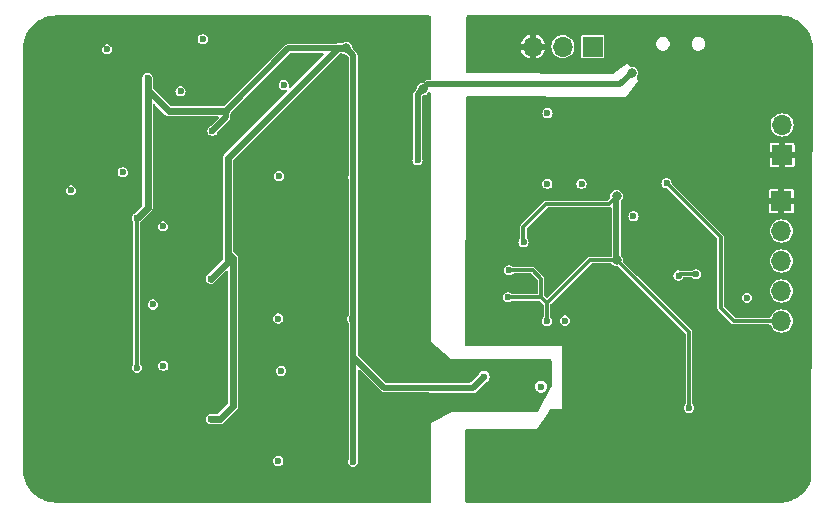
<source format=gbr>
%TF.GenerationSoftware,KiCad,Pcbnew,8.0.9-8.0.9-0~ubuntu24.04.1*%
%TF.CreationDate,2025-08-06T19:27:29-03:00*%
%TF.ProjectId,eeg,6565672e-6b69-4636-9164-5f7063625858,rev?*%
%TF.SameCoordinates,Original*%
%TF.FileFunction,Copper,L2,Inr*%
%TF.FilePolarity,Positive*%
%FSLAX46Y46*%
G04 Gerber Fmt 4.6, Leading zero omitted, Abs format (unit mm)*
G04 Created by KiCad (PCBNEW 8.0.9-8.0.9-0~ubuntu24.04.1) date 2025-08-06 19:27:29*
%MOMM*%
%LPD*%
G01*
G04 APERTURE LIST*
%TA.AperFunction,ComponentPad*%
%ADD10C,3.800000*%
%TD*%
%TA.AperFunction,ComponentPad*%
%ADD11R,1.700000X1.700000*%
%TD*%
%TA.AperFunction,ComponentPad*%
%ADD12O,1.700000X1.700000*%
%TD*%
%TA.AperFunction,ViaPad*%
%ADD13C,0.600000*%
%TD*%
%TA.AperFunction,ViaPad*%
%ADD14C,0.800000*%
%TD*%
%TA.AperFunction,Conductor*%
%ADD15C,0.300000*%
%TD*%
%TA.AperFunction,Conductor*%
%ADD16C,0.500000*%
%TD*%
%TA.AperFunction,Conductor*%
%ADD17C,0.600000*%
%TD*%
G04 APERTURE END LIST*
D10*
%TO.N,GND*%
%TO.C,H3*%
X207080000Y-55560000D03*
%TD*%
D11*
%TO.N,MCU_RX*%
%TO.C,J4*%
X191250000Y-55400000D03*
D12*
%TO.N,MCU_TX*%
X188710000Y-55400000D03*
%TO.N,GND*%
X186170000Y-55400000D03*
%TD*%
D10*
%TO.N,GNDA*%
%TO.C,H1*%
X145810000Y-55560000D03*
%TD*%
D11*
%TO.N,GND*%
%TO.C,J1*%
X207270000Y-64560000D03*
D12*
%TO.N,VIN_SWT*%
X207270000Y-62020000D03*
%TD*%
D11*
%TO.N,GND*%
%TO.C,J2*%
X207210000Y-68465000D03*
D12*
%TO.N,SWCLK*%
X207210000Y-71005000D03*
%TO.N,SWDIO*%
X207210000Y-73545000D03*
%TO.N,SWO*%
X207210000Y-76085000D03*
%TO.N,VDD33*%
X207210000Y-78625000D03*
%TD*%
D10*
%TO.N,GNDA*%
%TO.C,H2*%
X145796000Y-91186000D03*
%TD*%
%TO.N,GND*%
%TO.C,H4*%
X207080000Y-91186000D03*
%TD*%
D13*
%TO.N,GND*%
X209000000Y-89000000D03*
X209000000Y-87500000D03*
X209000000Y-86000000D03*
X209000000Y-84500000D03*
X209000000Y-83000000D03*
X209000000Y-81500000D03*
X209000000Y-80000000D03*
X209000000Y-78500000D03*
X209000000Y-77000000D03*
X209000000Y-75500000D03*
X209000000Y-74000000D03*
X209000000Y-72500000D03*
X209000000Y-71000000D03*
X209000000Y-69500000D03*
X209000000Y-68000000D03*
X209000000Y-66500000D03*
X209000000Y-65000000D03*
X209000000Y-63500000D03*
X209000000Y-62000000D03*
X209000000Y-60500000D03*
X209000000Y-59000000D03*
X209000000Y-57500000D03*
X207500000Y-87500000D03*
X207500000Y-86000000D03*
X207500000Y-80000000D03*
X207500000Y-66500000D03*
X207500000Y-59000000D03*
X206000000Y-87500000D03*
X206000000Y-86000000D03*
X206000000Y-80000000D03*
X206000000Y-72500000D03*
X206000000Y-66500000D03*
X204500000Y-92000000D03*
X204500000Y-90500000D03*
X204500000Y-89000000D03*
X204500000Y-87500000D03*
X204500000Y-86000000D03*
X204500000Y-80000000D03*
X204500000Y-74000000D03*
X204500000Y-72500000D03*
X204500000Y-69500000D03*
X204500000Y-68000000D03*
X204500000Y-66500000D03*
X204500000Y-65000000D03*
X204500000Y-63500000D03*
X204500000Y-62000000D03*
X204500000Y-60500000D03*
X204500000Y-57500000D03*
X204500000Y-56000000D03*
X204500000Y-54500000D03*
X203000000Y-92000000D03*
X203000000Y-90500000D03*
X203000000Y-89000000D03*
X203000000Y-87500000D03*
X203000000Y-86000000D03*
X203000000Y-80000000D03*
X203000000Y-72500000D03*
X203000000Y-71000000D03*
X203000000Y-68000000D03*
X203000000Y-66500000D03*
X203000000Y-65000000D03*
X203000000Y-62000000D03*
X203000000Y-60500000D03*
X203000000Y-57500000D03*
X201500000Y-92000000D03*
X201500000Y-90500000D03*
X201500000Y-89000000D03*
X201500000Y-87500000D03*
X201500000Y-68000000D03*
X201500000Y-66500000D03*
X201500000Y-65000000D03*
X201500000Y-62000000D03*
X201500000Y-60500000D03*
X200000000Y-92000000D03*
X200000000Y-68000000D03*
X200000000Y-66500000D03*
X200000000Y-65000000D03*
X200000000Y-62000000D03*
X200000000Y-60500000D03*
X200000000Y-57500000D03*
X198500000Y-92000000D03*
X198500000Y-69500000D03*
X198500000Y-65000000D03*
X198500000Y-62000000D03*
X198500000Y-60500000D03*
X198500000Y-54500000D03*
X197000000Y-92000000D03*
X197000000Y-90500000D03*
X197000000Y-89000000D03*
X197000000Y-86000000D03*
X197000000Y-84500000D03*
X197000000Y-83000000D03*
X197000000Y-81500000D03*
X197000000Y-80000000D03*
X197000000Y-78500000D03*
X197000000Y-69500000D03*
X197000000Y-62000000D03*
X197000000Y-60500000D03*
X195500000Y-86000000D03*
X195500000Y-84500000D03*
X195500000Y-81500000D03*
X195500000Y-80000000D03*
X195500000Y-78500000D03*
X195500000Y-77000000D03*
X195500000Y-68000000D03*
X195500000Y-66500000D03*
X194000000Y-86000000D03*
X194000000Y-84500000D03*
X194000000Y-81500000D03*
X194000000Y-80000000D03*
X194000000Y-78500000D03*
X194000000Y-77000000D03*
X194000000Y-75500000D03*
X194000000Y-62000000D03*
X194000000Y-60500000D03*
X194000000Y-55540000D03*
X194000000Y-54040000D03*
X192500000Y-86000000D03*
X192500000Y-84500000D03*
X192500000Y-80000000D03*
X192500000Y-78500000D03*
X192500000Y-77000000D03*
X192500000Y-75500000D03*
X192500000Y-62000000D03*
X192500000Y-60500000D03*
X192500000Y-57040000D03*
X191000000Y-86000000D03*
X191000000Y-81500000D03*
X191000000Y-80000000D03*
X191000000Y-78500000D03*
X191000000Y-60500000D03*
X189500000Y-92000000D03*
X189500000Y-90500000D03*
X189500000Y-89000000D03*
X189500000Y-83000000D03*
X189500000Y-81500000D03*
X189500000Y-80000000D03*
X189500000Y-74000000D03*
X189500000Y-57040000D03*
X188000000Y-92000000D03*
X188000000Y-75500000D03*
X188000000Y-74000000D03*
X186500000Y-92000000D03*
X186500000Y-90500000D03*
X186500000Y-89000000D03*
X186500000Y-65000000D03*
X186500000Y-63500000D03*
X186500000Y-57040000D03*
X185000000Y-92000000D03*
X185000000Y-90500000D03*
X185000000Y-89000000D03*
X185000000Y-63500000D03*
X185000000Y-57040000D03*
X183500000Y-92000000D03*
X183500000Y-90500000D03*
X183500000Y-89000000D03*
X183500000Y-63500000D03*
X183500000Y-62000000D03*
X183500000Y-60500000D03*
X183500000Y-57040000D03*
X183500000Y-55540000D03*
X183500000Y-54040000D03*
X182000000Y-92000000D03*
X182000000Y-75500000D03*
X182000000Y-74000000D03*
X182000000Y-72500000D03*
X182000000Y-71000000D03*
X182000000Y-69500000D03*
X182000000Y-68000000D03*
X182000000Y-63500000D03*
X182000000Y-57040000D03*
X182000000Y-55540000D03*
X182000000Y-54040000D03*
%TO.N,VDD33*%
X197490000Y-66950000D03*
X185380000Y-71930000D03*
%TO.N,SWO*%
X194680000Y-69760000D03*
X204300000Y-76640000D03*
%TO.N,VDD33*%
X199380000Y-85980000D03*
D14*
X193260000Y-73450000D03*
X193250000Y-68040000D03*
D13*
%TO.N,GND*%
X195060000Y-83270000D03*
D14*
X181230000Y-89310000D03*
D13*
%TO.N,RESET*%
X187400000Y-61005000D03*
X188881000Y-78581000D03*
%TO.N,BOOT*%
X190290000Y-67000000D03*
X187390000Y-67000000D03*
%TO.N,VREF*%
X154860000Y-70610000D03*
X158210000Y-54760000D03*
X151440000Y-66030000D03*
X165080000Y-58640000D03*
X153990000Y-77220000D03*
X156337000Y-59182000D03*
X150114000Y-55626000D03*
X164620000Y-90470000D03*
X154880000Y-82410000D03*
X147066000Y-67564000D03*
X186875331Y-84175331D03*
X164660000Y-66350000D03*
X164610000Y-78410000D03*
X164860000Y-82850000D03*
%TO.N,VDDA33*%
X159040000Y-62520000D03*
X160180000Y-60830000D03*
X160320000Y-72840000D03*
X158890000Y-75050000D03*
X182010000Y-83350000D03*
X170930000Y-90530000D03*
X152630000Y-69930000D03*
D14*
X170380000Y-55540000D03*
D13*
X152660000Y-82570000D03*
X170960000Y-66470000D03*
X160770000Y-85340000D03*
X153540000Y-58020000D03*
X170860000Y-78460000D03*
X158910000Y-86930000D03*
%TO.N,VDD33*%
X187360000Y-78630000D03*
X184150000Y-74320000D03*
X184060000Y-76610000D03*
D14*
%TO.N,VIN_BAT*%
X176830000Y-59000000D03*
X194560000Y-57600000D03*
D13*
X176403000Y-65024000D03*
%TO.N,GNDA*%
X150020000Y-81440000D03*
X168530000Y-63150000D03*
X165800000Y-81600000D03*
X175420000Y-53500000D03*
X158380000Y-76650000D03*
X170340000Y-53500000D03*
X152560000Y-53500000D03*
X160180000Y-53500000D03*
X167800000Y-53500000D03*
X168270000Y-75210000D03*
X175700000Y-82800000D03*
X153280000Y-73590000D03*
X150020000Y-89060000D03*
X172880000Y-58580000D03*
X150020000Y-53500000D03*
X172880000Y-53500000D03*
X175420000Y-76360000D03*
X165860000Y-61740000D03*
X181910000Y-82240000D03*
X165660000Y-79060000D03*
X167800000Y-61120000D03*
X152560000Y-91600000D03*
X162720000Y-53500000D03*
X175420000Y-71280000D03*
X165710000Y-67300000D03*
X169300000Y-79300000D03*
X150020000Y-68740000D03*
X164620000Y-74225000D03*
X155360000Y-89570000D03*
X175420000Y-73820000D03*
X173780000Y-90060000D03*
X175420000Y-78900000D03*
X160020000Y-56250000D03*
D14*
X176670000Y-89320000D03*
D13*
X175420000Y-91600000D03*
X150020000Y-78900000D03*
X165350000Y-89890000D03*
X175420000Y-68740000D03*
X162720000Y-86520000D03*
X177960000Y-81440000D03*
X172880000Y-91600000D03*
X150020000Y-91600000D03*
X168460000Y-87260000D03*
X165880000Y-69500000D03*
X158330000Y-64640000D03*
X165260000Y-53500000D03*
X177960000Y-86520000D03*
X158410000Y-88420000D03*
%TO.N,VCAP*%
X198500000Y-74770000D03*
X199972000Y-74660000D03*
%TO.N,GNDA*%
X174000000Y-88000000D03*
X172000000Y-70000000D03*
X172000000Y-68000000D03*
X170000000Y-92000000D03*
X170000000Y-82000000D03*
X170000000Y-70000000D03*
X170000000Y-68000000D03*
X170000000Y-58000000D03*
X166000000Y-86000000D03*
X166000000Y-66000000D03*
X164000000Y-86000000D03*
X162000000Y-74000000D03*
X158000000Y-80000000D03*
X158000000Y-68000000D03*
X156000000Y-80000000D03*
X156000000Y-78000000D03*
X156000000Y-68000000D03*
X156000000Y-66000000D03*
X152000000Y-90000000D03*
X152000000Y-68000000D03*
X150000000Y-70000000D03*
X148000000Y-88000000D03*
X148000000Y-82000000D03*
X148000000Y-80000000D03*
X148000000Y-78000000D03*
X148000000Y-76000000D03*
X148000000Y-70000000D03*
X148000000Y-66000000D03*
X148000000Y-64000000D03*
X148000000Y-58000000D03*
X148000000Y-54000000D03*
%TO.N,GND*%
X206000000Y-84000000D03*
X206000000Y-82000000D03*
X206000000Y-70000000D03*
X204000000Y-84000000D03*
X204000000Y-82000000D03*
X200000000Y-54000000D03*
X196000000Y-54000000D03*
X192000000Y-54000000D03*
X190000000Y-76000000D03*
X190000000Y-64000000D03*
X190000000Y-54000000D03*
X188000000Y-54000000D03*
X186000000Y-54000000D03*
X182140000Y-88510000D03*
%TD*%
D15*
%TO.N,VDD33*%
X187360000Y-77100000D02*
X191010000Y-73450000D01*
X191010000Y-73450000D02*
X193260000Y-73450000D01*
X184150000Y-74320000D02*
X186160000Y-74320000D01*
X186160000Y-74320000D02*
X186870000Y-75030000D01*
X186870000Y-75030000D02*
X186870000Y-76610000D01*
X184060000Y-76610000D02*
X186870000Y-76610000D01*
X186870000Y-76610000D02*
X187360000Y-77100000D01*
X187360000Y-77100000D02*
X187360000Y-78630000D01*
X202060000Y-77500000D02*
X203185000Y-78625000D01*
X203185000Y-78625000D02*
X207210000Y-78625000D01*
X197490000Y-66950000D02*
X202060000Y-71520000D01*
X202060000Y-71520000D02*
X202060000Y-77500000D01*
X193250000Y-68040000D02*
X192590000Y-68700000D01*
X185360000Y-70660000D02*
X185360000Y-71910000D01*
X192590000Y-68700000D02*
X187320000Y-68700000D01*
X187320000Y-68700000D02*
X185360000Y-70660000D01*
X185360000Y-71910000D02*
X185380000Y-71930000D01*
%TO.N,VCAP*%
X198500000Y-74770000D02*
X198640000Y-74630000D01*
X198640000Y-74630000D02*
X199942000Y-74630000D01*
X199942000Y-74630000D02*
X199972000Y-74660000D01*
D16*
%TO.N,VDD33*%
X193250000Y-68040000D02*
X193240000Y-68050000D01*
X193240000Y-68050000D02*
X193240000Y-73430000D01*
X193240000Y-73430000D02*
X193260000Y-73450000D01*
D15*
X199380000Y-85980000D02*
X199380000Y-79570000D01*
X199380000Y-79570000D02*
X193260000Y-73450000D01*
D17*
%TO.N,VDDA33*%
X160320000Y-72840000D02*
X160320000Y-64850000D01*
X160320000Y-64850000D02*
X169630000Y-55540000D01*
X160180000Y-60830000D02*
X155318000Y-60830000D01*
D15*
X152630000Y-82540000D02*
X152630000Y-69930000D01*
D16*
X165470000Y-55540000D02*
X160180000Y-60830000D01*
D17*
X160770000Y-85340000D02*
X160770000Y-73290000D01*
X160770000Y-85340000D02*
X160770000Y-85800000D01*
D16*
X170960000Y-56120000D02*
X170380000Y-55540000D01*
D17*
X160770000Y-85800000D02*
X159640000Y-86930000D01*
D15*
X152660000Y-82570000D02*
X152630000Y-82540000D01*
D17*
X159640000Y-86930000D02*
X158910000Y-86930000D01*
D16*
X173600000Y-84280000D02*
X170960000Y-81640000D01*
X170960000Y-66470000D02*
X170960000Y-56120000D01*
X170380000Y-55540000D02*
X165470000Y-55540000D01*
D17*
X153540000Y-69020000D02*
X153540000Y-58020000D01*
D16*
X160180000Y-60830000D02*
X160180000Y-61380000D01*
D17*
X160320000Y-73620000D02*
X158890000Y-75050000D01*
D16*
X170950000Y-66480000D02*
X170960000Y-66470000D01*
X170860000Y-78460000D02*
X170960000Y-78560000D01*
X170860000Y-78460000D02*
X170950000Y-78370000D01*
X170960000Y-81640000D02*
X170960000Y-90500000D01*
D17*
X160770000Y-73290000D02*
X160320000Y-72840000D01*
X160320000Y-72840000D02*
X160320000Y-73620000D01*
D16*
X181080000Y-84280000D02*
X173600000Y-84280000D01*
X182010000Y-83350000D02*
X181080000Y-84280000D01*
X170950000Y-78370000D02*
X170950000Y-66480000D01*
X170960000Y-90500000D02*
X170930000Y-90530000D01*
X160180000Y-61380000D02*
X159040000Y-62520000D01*
X170960000Y-78560000D02*
X170960000Y-81640000D01*
D17*
X153540000Y-59052000D02*
X153540000Y-58020000D01*
X155318000Y-60830000D02*
X153540000Y-59052000D01*
X152630000Y-69930000D02*
X153540000Y-69020000D01*
X169630000Y-55540000D02*
X170380000Y-55540000D01*
D16*
%TO.N,VIN_BAT*%
X193570000Y-58590000D02*
X177240000Y-58590000D01*
X176403000Y-59427000D02*
X176830000Y-59000000D01*
X177240000Y-58590000D02*
X176830000Y-59000000D01*
X176403000Y-65024000D02*
X176403000Y-59427000D01*
X194560000Y-57600000D02*
X193570000Y-58590000D01*
%TD*%
%TA.AperFunction,Conductor*%
%TO.N,GNDA*%
G36*
X177370000Y-86350000D02*
G01*
X179300524Y-86352105D01*
X177521292Y-87284083D01*
X177521291Y-87284084D01*
X177521291Y-87284085D01*
X177300000Y-87400000D01*
X177300000Y-86300000D01*
X177370667Y-86300000D01*
X177370000Y-86350000D01*
G37*
%TD.AperFunction*%
%TD*%
%TA.AperFunction,Conductor*%
%TO.N,GND*%
G36*
X207083471Y-52740695D02*
G01*
X207125848Y-52743074D01*
X207388738Y-52757837D01*
X207402541Y-52759393D01*
X207700530Y-52810024D01*
X207714087Y-52813118D01*
X208004533Y-52896794D01*
X208017657Y-52901387D01*
X208296899Y-53017052D01*
X208309421Y-53023081D01*
X208512943Y-53135564D01*
X208573968Y-53169292D01*
X208585742Y-53176690D01*
X208832248Y-53351595D01*
X208843120Y-53360265D01*
X209068495Y-53561671D01*
X209078328Y-53571504D01*
X209279734Y-53796879D01*
X209288404Y-53807751D01*
X209463309Y-54054257D01*
X209470707Y-54066031D01*
X209616914Y-54330571D01*
X209622947Y-54343100D01*
X209738612Y-54622342D01*
X209743205Y-54635466D01*
X209826881Y-54925912D01*
X209829975Y-54939469D01*
X209867280Y-55159029D01*
X209869031Y-55180177D01*
X209757085Y-91996626D01*
X209752240Y-92030576D01*
X209729206Y-92110530D01*
X209724613Y-92123656D01*
X209608947Y-92402900D01*
X209602914Y-92415428D01*
X209456707Y-92679968D01*
X209449309Y-92691742D01*
X209274404Y-92938248D01*
X209265734Y-92949120D01*
X209064328Y-93174495D01*
X209054495Y-93184328D01*
X208829120Y-93385734D01*
X208818248Y-93394404D01*
X208571742Y-93569309D01*
X208559968Y-93576707D01*
X208295428Y-93722914D01*
X208282899Y-93728947D01*
X208003657Y-93844612D01*
X207990533Y-93849205D01*
X207700087Y-93932881D01*
X207686530Y-93935975D01*
X207388549Y-93986605D01*
X207374730Y-93988162D01*
X207069472Y-94005304D01*
X207062500Y-94005499D01*
X180545355Y-94001171D01*
X180478319Y-93981475D01*
X180432572Y-93928664D01*
X180421377Y-93876799D01*
X180439621Y-87911849D01*
X180459510Y-87844871D01*
X180512454Y-87799278D01*
X180563820Y-87788229D01*
X186520000Y-87798026D01*
X187435019Y-86372864D01*
X187613400Y-86095032D01*
X187666184Y-86049254D01*
X187717745Y-86038026D01*
X188600000Y-86038026D01*
X188600000Y-80767026D01*
X188599999Y-80767025D01*
X180544712Y-80776873D01*
X180477648Y-80757270D01*
X180431829Y-80704522D01*
X180420561Y-80652315D01*
X180424684Y-79736307D01*
X180438755Y-76610000D01*
X183628104Y-76610000D01*
X183645598Y-76731678D01*
X183645599Y-76731682D01*
X183696665Y-76843499D01*
X183696666Y-76843501D01*
X183777168Y-76936405D01*
X183880584Y-77002866D01*
X183998535Y-77037500D01*
X184121465Y-77037500D01*
X184239416Y-77002866D01*
X184342832Y-76936405D01*
X184348126Y-76930296D01*
X184406904Y-76892523D01*
X184441838Y-76887500D01*
X186703693Y-76887500D01*
X186770732Y-76907185D01*
X186791374Y-76923819D01*
X187046181Y-77178625D01*
X187079666Y-77239948D01*
X187082500Y-77266306D01*
X187082500Y-78251192D01*
X187062815Y-78318231D01*
X187052213Y-78332395D01*
X186996667Y-78396497D01*
X186996665Y-78396500D01*
X186945599Y-78508317D01*
X186945598Y-78508321D01*
X186928104Y-78630000D01*
X186945598Y-78751678D01*
X186945599Y-78751682D01*
X186989156Y-78847056D01*
X186996666Y-78863501D01*
X187077168Y-78956405D01*
X187180584Y-79022866D01*
X187298535Y-79057500D01*
X187421465Y-79057500D01*
X187539416Y-79022866D01*
X187642832Y-78956405D01*
X187723334Y-78863501D01*
X187774401Y-78751679D01*
X187791896Y-78630000D01*
X187784851Y-78581000D01*
X188449104Y-78581000D01*
X188466598Y-78702678D01*
X188466599Y-78702682D01*
X188508938Y-78795389D01*
X188517666Y-78814501D01*
X188598168Y-78907405D01*
X188701584Y-78973866D01*
X188819535Y-79008500D01*
X188942465Y-79008500D01*
X189060416Y-78973866D01*
X189163832Y-78907405D01*
X189244334Y-78814501D01*
X189295401Y-78702679D01*
X189312896Y-78581000D01*
X189295401Y-78459321D01*
X189295400Y-78459317D01*
X189244334Y-78347500D01*
X189244334Y-78347499D01*
X189163832Y-78254595D01*
X189060416Y-78188134D01*
X188942465Y-78153500D01*
X188819535Y-78153500D01*
X188701584Y-78188134D01*
X188701582Y-78188134D01*
X188701582Y-78188135D01*
X188598169Y-78254594D01*
X188517667Y-78347497D01*
X188517665Y-78347500D01*
X188466599Y-78459317D01*
X188466598Y-78459321D01*
X188449104Y-78581000D01*
X187784851Y-78581000D01*
X187774401Y-78508321D01*
X187774400Y-78508317D01*
X187723334Y-78396500D01*
X187723334Y-78396499D01*
X187667786Y-78332393D01*
X187638762Y-78268839D01*
X187637500Y-78251192D01*
X187637500Y-77266306D01*
X187657185Y-77199267D01*
X187673819Y-77178625D01*
X191088625Y-73763819D01*
X191149948Y-73730334D01*
X191176306Y-73727500D01*
X192746883Y-73727500D01*
X192813922Y-73747185D01*
X192845258Y-73776013D01*
X192883782Y-73826218D01*
X192993974Y-73910771D01*
X192993975Y-73910771D01*
X192993976Y-73910772D01*
X193018389Y-73920884D01*
X193122295Y-73963923D01*
X193191147Y-73972987D01*
X193259999Y-73982052D01*
X193260000Y-73982052D01*
X193260001Y-73982052D01*
X193322738Y-73973792D01*
X193391773Y-73984557D01*
X193426605Y-74009050D01*
X199066181Y-79648626D01*
X199099666Y-79709949D01*
X199102500Y-79736307D01*
X199102500Y-85601192D01*
X199082815Y-85668231D01*
X199072213Y-85682395D01*
X199016667Y-85746497D01*
X199016665Y-85746500D01*
X198965599Y-85858317D01*
X198965598Y-85858321D01*
X198948104Y-85980000D01*
X198965598Y-86101678D01*
X198965599Y-86101682D01*
X199016665Y-86213499D01*
X199016666Y-86213501D01*
X199097168Y-86306405D01*
X199200584Y-86372866D01*
X199318535Y-86407500D01*
X199441465Y-86407500D01*
X199559416Y-86372866D01*
X199662832Y-86306405D01*
X199743334Y-86213501D01*
X199794401Y-86101679D01*
X199811896Y-85980000D01*
X199794401Y-85858321D01*
X199794400Y-85858317D01*
X199743334Y-85746500D01*
X199743334Y-85746499D01*
X199687786Y-85682393D01*
X199658762Y-85618839D01*
X199657500Y-85601192D01*
X199657500Y-79616536D01*
X199657501Y-79616523D01*
X199657501Y-79533467D01*
X199657500Y-79533463D01*
X199638591Y-79462895D01*
X199638589Y-79462892D01*
X199638589Y-79462889D01*
X199602056Y-79399611D01*
X194972445Y-74770000D01*
X198068104Y-74770000D01*
X198085598Y-74891678D01*
X198085599Y-74891682D01*
X198136665Y-75003499D01*
X198136666Y-75003501D01*
X198217168Y-75096405D01*
X198320584Y-75162866D01*
X198438535Y-75197500D01*
X198561465Y-75197500D01*
X198679416Y-75162866D01*
X198782832Y-75096405D01*
X198863334Y-75003501D01*
X198874072Y-74979987D01*
X198919826Y-74927185D01*
X198986866Y-74907500D01*
X199564167Y-74907500D01*
X199631206Y-74927185D01*
X199657879Y-74950296D01*
X199689168Y-74986405D01*
X199792584Y-75052866D01*
X199910535Y-75087500D01*
X200033465Y-75087500D01*
X200151416Y-75052866D01*
X200254832Y-74986405D01*
X200335334Y-74893501D01*
X200386401Y-74781679D01*
X200403896Y-74660000D01*
X200386401Y-74538321D01*
X200386400Y-74538317D01*
X200335334Y-74426500D01*
X200335334Y-74426499D01*
X200254832Y-74333595D01*
X200151416Y-74267134D01*
X200033465Y-74232500D01*
X199910535Y-74232500D01*
X199792584Y-74267134D01*
X199792582Y-74267134D01*
X199792582Y-74267135D01*
X199690380Y-74332816D01*
X199623341Y-74352500D01*
X198684146Y-74352500D01*
X198684130Y-74352499D01*
X198676534Y-74352499D01*
X198613347Y-74352499D01*
X198578412Y-74347476D01*
X198561466Y-74342500D01*
X198561465Y-74342500D01*
X198438535Y-74342500D01*
X198320584Y-74377134D01*
X198320582Y-74377134D01*
X198320582Y-74377135D01*
X198217169Y-74443594D01*
X198136667Y-74536497D01*
X198136665Y-74536500D01*
X198085599Y-74648317D01*
X198085598Y-74648321D01*
X198068104Y-74770000D01*
X194972445Y-74770000D01*
X193819050Y-73616605D01*
X193785565Y-73555282D01*
X193783792Y-73512738D01*
X193792052Y-73450000D01*
X193792052Y-73449998D01*
X193773923Y-73312296D01*
X193773921Y-73312291D01*
X193760385Y-73279613D01*
X193720771Y-73183974D01*
X193643124Y-73082782D01*
X193617930Y-73017613D01*
X193617500Y-73007296D01*
X193617500Y-69760000D01*
X194248104Y-69760000D01*
X194265598Y-69881678D01*
X194265599Y-69881682D01*
X194316665Y-69993499D01*
X194316666Y-69993501D01*
X194397168Y-70086405D01*
X194500584Y-70152866D01*
X194618535Y-70187500D01*
X194741465Y-70187500D01*
X194859416Y-70152866D01*
X194962832Y-70086405D01*
X195043334Y-69993501D01*
X195094401Y-69881679D01*
X195111896Y-69760000D01*
X195094401Y-69638321D01*
X195094400Y-69638317D01*
X195043334Y-69526500D01*
X195043334Y-69526499D01*
X194962832Y-69433595D01*
X194859416Y-69367134D01*
X194741465Y-69332500D01*
X194618535Y-69332500D01*
X194500584Y-69367134D01*
X194500582Y-69367134D01*
X194500582Y-69367135D01*
X194397169Y-69433594D01*
X194316667Y-69526497D01*
X194316665Y-69526500D01*
X194265599Y-69638317D01*
X194265598Y-69638321D01*
X194248104Y-69760000D01*
X193617500Y-69760000D01*
X193617500Y-68469672D01*
X193637185Y-68402633D01*
X193643124Y-68394186D01*
X193662628Y-68368766D01*
X193710771Y-68306026D01*
X193763923Y-68177705D01*
X193782052Y-68040000D01*
X193763923Y-67902295D01*
X193710771Y-67773974D01*
X193626218Y-67663782D01*
X193516026Y-67579229D01*
X193516025Y-67579228D01*
X193516023Y-67579227D01*
X193387708Y-67526078D01*
X193387703Y-67526076D01*
X193250001Y-67507948D01*
X193249999Y-67507948D01*
X193112296Y-67526076D01*
X193112291Y-67526078D01*
X192983976Y-67579227D01*
X192873782Y-67663782D01*
X192789227Y-67773976D01*
X192736078Y-67902291D01*
X192736076Y-67902296D01*
X192717948Y-68039998D01*
X192717948Y-68040002D01*
X192726207Y-68102739D01*
X192715441Y-68171774D01*
X192690949Y-68206604D01*
X192511372Y-68386182D01*
X192450052Y-68419666D01*
X192423693Y-68422500D01*
X187364146Y-68422500D01*
X187364130Y-68422499D01*
X187356534Y-68422499D01*
X187283466Y-68422499D01*
X187283463Y-68422499D01*
X187212895Y-68441408D01*
X187212888Y-68441411D01*
X187149611Y-68477943D01*
X185137943Y-70489611D01*
X185101411Y-70552888D01*
X185101408Y-70552895D01*
X185082499Y-70623463D01*
X185082499Y-70706523D01*
X185082500Y-70706536D01*
X185082500Y-71574272D01*
X185062815Y-71641311D01*
X185052214Y-71655474D01*
X185016667Y-71696497D01*
X185016665Y-71696500D01*
X184965599Y-71808317D01*
X184965598Y-71808321D01*
X184948104Y-71930000D01*
X184965598Y-72051678D01*
X184965599Y-72051682D01*
X185016665Y-72163499D01*
X185016666Y-72163501D01*
X185097168Y-72256405D01*
X185200584Y-72322866D01*
X185318535Y-72357500D01*
X185441465Y-72357500D01*
X185559416Y-72322866D01*
X185662832Y-72256405D01*
X185743334Y-72163501D01*
X185794401Y-72051679D01*
X185811896Y-71930000D01*
X185794401Y-71808321D01*
X185794400Y-71808317D01*
X185743334Y-71696500D01*
X185743334Y-71696499D01*
X185667786Y-71609312D01*
X185638762Y-71545758D01*
X185637500Y-71528111D01*
X185637500Y-70826306D01*
X185657185Y-70759267D01*
X185673819Y-70738625D01*
X187398625Y-69013819D01*
X187459948Y-68980334D01*
X187486306Y-68977500D01*
X192545854Y-68977500D01*
X192545870Y-68977501D01*
X192553466Y-68977501D01*
X192626533Y-68977501D01*
X192626534Y-68977501D01*
X192673186Y-68965000D01*
X192704961Y-68956486D01*
X192705775Y-68959527D01*
X192760453Y-68953620D01*
X192822949Y-68984862D01*
X192858632Y-69044933D01*
X192862500Y-69075661D01*
X192862500Y-73048500D01*
X192842815Y-73115539D01*
X192790011Y-73161294D01*
X192738500Y-73172500D01*
X191054146Y-73172500D01*
X191054130Y-73172499D01*
X191046534Y-73172499D01*
X190973466Y-73172499D01*
X190973463Y-73172499D01*
X190902895Y-73191408D01*
X190902888Y-73191411D01*
X190839611Y-73227943D01*
X190839609Y-73227945D01*
X190787942Y-73279613D01*
X187447680Y-76619873D01*
X187386357Y-76653358D01*
X187316665Y-76648374D01*
X187272318Y-76619873D01*
X187183819Y-76531374D01*
X187150334Y-76470051D01*
X187147500Y-76443693D01*
X187147500Y-75076536D01*
X187147501Y-75076523D01*
X187147501Y-74993467D01*
X187147500Y-74993463D01*
X187128590Y-74922892D01*
X187128589Y-74922889D01*
X187119704Y-74907500D01*
X187108786Y-74888589D01*
X187092056Y-74859611D01*
X187040389Y-74807944D01*
X187040388Y-74807943D01*
X187036058Y-74803613D01*
X187036047Y-74803603D01*
X186684906Y-74452462D01*
X186330389Y-74097944D01*
X186330388Y-74097943D01*
X186267111Y-74061411D01*
X186267104Y-74061408D01*
X186196536Y-74042499D01*
X186196534Y-74042499D01*
X186123466Y-74042499D01*
X186115870Y-74042499D01*
X186115854Y-74042500D01*
X184531838Y-74042500D01*
X184464799Y-74022815D01*
X184438126Y-73999704D01*
X184432834Y-73993597D01*
X184432831Y-73993594D01*
X184381124Y-73960364D01*
X184329416Y-73927134D01*
X184211465Y-73892500D01*
X184088535Y-73892500D01*
X183970584Y-73927134D01*
X183970582Y-73927134D01*
X183970582Y-73927135D01*
X183867169Y-73993594D01*
X183786667Y-74086497D01*
X183786665Y-74086500D01*
X183735599Y-74198317D01*
X183735598Y-74198321D01*
X183718104Y-74320000D01*
X183735598Y-74441678D01*
X183735599Y-74441682D01*
X183786665Y-74553499D01*
X183786666Y-74553501D01*
X183867168Y-74646405D01*
X183970584Y-74712866D01*
X184088535Y-74747500D01*
X184211465Y-74747500D01*
X184329416Y-74712866D01*
X184432832Y-74646405D01*
X184438126Y-74640296D01*
X184496904Y-74602523D01*
X184531838Y-74597500D01*
X185993693Y-74597500D01*
X186060732Y-74617185D01*
X186081374Y-74633819D01*
X186556181Y-75108625D01*
X186589666Y-75169948D01*
X186592500Y-75196306D01*
X186592500Y-76208500D01*
X186572815Y-76275539D01*
X186520011Y-76321294D01*
X186468500Y-76332500D01*
X184441838Y-76332500D01*
X184374799Y-76312815D01*
X184348126Y-76289704D01*
X184342834Y-76283597D01*
X184342831Y-76283594D01*
X184286097Y-76247134D01*
X184239416Y-76217134D01*
X184121465Y-76182500D01*
X183998535Y-76182500D01*
X183880584Y-76217134D01*
X183880582Y-76217134D01*
X183880582Y-76217135D01*
X183777169Y-76283594D01*
X183696667Y-76376497D01*
X183696665Y-76376500D01*
X183645599Y-76488317D01*
X183645598Y-76488321D01*
X183628104Y-76610000D01*
X180438755Y-76610000D01*
X180482008Y-67000000D01*
X186958104Y-67000000D01*
X186975598Y-67121678D01*
X186975599Y-67121682D01*
X187003832Y-67183502D01*
X187026666Y-67233501D01*
X187107168Y-67326405D01*
X187210584Y-67392866D01*
X187328535Y-67427500D01*
X187451465Y-67427500D01*
X187569416Y-67392866D01*
X187672832Y-67326405D01*
X187753334Y-67233501D01*
X187804401Y-67121679D01*
X187821896Y-67000000D01*
X189858104Y-67000000D01*
X189875598Y-67121678D01*
X189875599Y-67121682D01*
X189903832Y-67183502D01*
X189926666Y-67233501D01*
X190007168Y-67326405D01*
X190110584Y-67392866D01*
X190228535Y-67427500D01*
X190351465Y-67427500D01*
X190469416Y-67392866D01*
X190572832Y-67326405D01*
X190653334Y-67233501D01*
X190704401Y-67121679D01*
X190721896Y-67000000D01*
X190714707Y-66950000D01*
X197058104Y-66950000D01*
X197075598Y-67071678D01*
X197075599Y-67071682D01*
X197098434Y-67121682D01*
X197126666Y-67183501D01*
X197207168Y-67276405D01*
X197310584Y-67342866D01*
X197428535Y-67377500D01*
X197473693Y-67377500D01*
X197540732Y-67397185D01*
X197561374Y-67413819D01*
X201746181Y-71598626D01*
X201779666Y-71659949D01*
X201782500Y-71686307D01*
X201782500Y-77455853D01*
X201782499Y-77455871D01*
X201782499Y-77536536D01*
X201801408Y-77607104D01*
X201801411Y-77607111D01*
X201837943Y-77670388D01*
X201837945Y-77670390D01*
X202958603Y-78791047D01*
X202958613Y-78791058D01*
X202962943Y-78795388D01*
X202962944Y-78795389D01*
X203014611Y-78847056D01*
X203077889Y-78883589D01*
X203148466Y-78902500D01*
X206180729Y-78902500D01*
X206247768Y-78922185D01*
X206293523Y-78974989D01*
X206299389Y-78990502D01*
X206302539Y-79000886D01*
X206393302Y-79170692D01*
X206393306Y-79170699D01*
X206515458Y-79319541D01*
X206664300Y-79441693D01*
X206664307Y-79441697D01*
X206703953Y-79462888D01*
X206834117Y-79532462D01*
X207018376Y-79588357D01*
X207210000Y-79607230D01*
X207401624Y-79588357D01*
X207585883Y-79532462D01*
X207755698Y-79441694D01*
X207904541Y-79319541D01*
X208026694Y-79170698D01*
X208117462Y-79000883D01*
X208173357Y-78816624D01*
X208192230Y-78625000D01*
X208173357Y-78433376D01*
X208117462Y-78249117D01*
X208117460Y-78249113D01*
X208026697Y-78079307D01*
X208026693Y-78079300D01*
X207904541Y-77930458D01*
X207755699Y-77808306D01*
X207755692Y-77808302D01*
X207585884Y-77717538D01*
X207401626Y-77661643D01*
X207210000Y-77642770D01*
X207018373Y-77661643D01*
X206834115Y-77717538D01*
X206664307Y-77808302D01*
X206664300Y-77808306D01*
X206515458Y-77930458D01*
X206393306Y-78079300D01*
X206393302Y-78079307D01*
X206302539Y-78249113D01*
X206299389Y-78259498D01*
X206261090Y-78317936D01*
X206197277Y-78346391D01*
X206180729Y-78347500D01*
X203351306Y-78347500D01*
X203284267Y-78327815D01*
X203263625Y-78311181D01*
X202373819Y-77421374D01*
X202340334Y-77360051D01*
X202337500Y-77333693D01*
X202337500Y-76640000D01*
X203868104Y-76640000D01*
X203885598Y-76761678D01*
X203885599Y-76761682D01*
X203922966Y-76843502D01*
X203936666Y-76873501D01*
X204017168Y-76966405D01*
X204120584Y-77032866D01*
X204238535Y-77067500D01*
X204361465Y-77067500D01*
X204479416Y-77032866D01*
X204582832Y-76966405D01*
X204663334Y-76873501D01*
X204714401Y-76761679D01*
X204731896Y-76640000D01*
X204714401Y-76518321D01*
X204714400Y-76518317D01*
X204663334Y-76406500D01*
X204663334Y-76406499D01*
X204582832Y-76313595D01*
X204479416Y-76247134D01*
X204361465Y-76212500D01*
X204238535Y-76212500D01*
X204120584Y-76247134D01*
X204120582Y-76247134D01*
X204120582Y-76247135D01*
X204017169Y-76313594D01*
X203936667Y-76406497D01*
X203936665Y-76406500D01*
X203885599Y-76518317D01*
X203885598Y-76518321D01*
X203868104Y-76640000D01*
X202337500Y-76640000D01*
X202337500Y-76085000D01*
X206227770Y-76085000D01*
X206246643Y-76276626D01*
X206302538Y-76460884D01*
X206393302Y-76630692D01*
X206393306Y-76630699D01*
X206515458Y-76779541D01*
X206664300Y-76901693D01*
X206664307Y-76901697D01*
X206785368Y-76966405D01*
X206834117Y-76992462D01*
X207018376Y-77048357D01*
X207210000Y-77067230D01*
X207401624Y-77048357D01*
X207585883Y-76992462D01*
X207755698Y-76901694D01*
X207904541Y-76779541D01*
X208026694Y-76630698D01*
X208117462Y-76460883D01*
X208173357Y-76276624D01*
X208192230Y-76085000D01*
X208173357Y-75893376D01*
X208117462Y-75709117D01*
X208026694Y-75539302D01*
X208026693Y-75539300D01*
X207904541Y-75390458D01*
X207755699Y-75268306D01*
X207755692Y-75268302D01*
X207585884Y-75177538D01*
X207401626Y-75121643D01*
X207210000Y-75102770D01*
X207018373Y-75121643D01*
X206834115Y-75177538D01*
X206664307Y-75268302D01*
X206664300Y-75268306D01*
X206515458Y-75390458D01*
X206393306Y-75539300D01*
X206393302Y-75539307D01*
X206302538Y-75709115D01*
X206246643Y-75893373D01*
X206227770Y-76085000D01*
X202337500Y-76085000D01*
X202337500Y-73545000D01*
X206227770Y-73545000D01*
X206246643Y-73736626D01*
X206302538Y-73920884D01*
X206393302Y-74090692D01*
X206393306Y-74090699D01*
X206515458Y-74239541D01*
X206664300Y-74361693D01*
X206664307Y-74361697D01*
X206813943Y-74441679D01*
X206834117Y-74452462D01*
X207018376Y-74508357D01*
X207210000Y-74527230D01*
X207401624Y-74508357D01*
X207585883Y-74452462D01*
X207755698Y-74361694D01*
X207904541Y-74239541D01*
X208026694Y-74090698D01*
X208117462Y-73920883D01*
X208173357Y-73736624D01*
X208192230Y-73545000D01*
X208173357Y-73353376D01*
X208117462Y-73169117D01*
X208071315Y-73082782D01*
X208026697Y-72999307D01*
X208026693Y-72999300D01*
X207904541Y-72850458D01*
X207755699Y-72728306D01*
X207755692Y-72728302D01*
X207585884Y-72637538D01*
X207401626Y-72581643D01*
X207210000Y-72562770D01*
X207018373Y-72581643D01*
X206834115Y-72637538D01*
X206664307Y-72728302D01*
X206664300Y-72728306D01*
X206515458Y-72850458D01*
X206393306Y-72999300D01*
X206393302Y-72999307D01*
X206302538Y-73169115D01*
X206246643Y-73353373D01*
X206227770Y-73545000D01*
X202337500Y-73545000D01*
X202337500Y-71566536D01*
X202337501Y-71566523D01*
X202337501Y-71483467D01*
X202337500Y-71483463D01*
X202318591Y-71412895D01*
X202318589Y-71412892D01*
X202318589Y-71412889D01*
X202282056Y-71349611D01*
X201937445Y-71005000D01*
X206227770Y-71005000D01*
X206246643Y-71196626D01*
X206302538Y-71380884D01*
X206393302Y-71550692D01*
X206393306Y-71550699D01*
X206515458Y-71699541D01*
X206664300Y-71821693D01*
X206664307Y-71821697D01*
X206834115Y-71912461D01*
X206834117Y-71912462D01*
X207018376Y-71968357D01*
X207210000Y-71987230D01*
X207401624Y-71968357D01*
X207585883Y-71912462D01*
X207755698Y-71821694D01*
X207904541Y-71699541D01*
X208026694Y-71550698D01*
X208117462Y-71380883D01*
X208173357Y-71196624D01*
X208192230Y-71005000D01*
X208173357Y-70813376D01*
X208117462Y-70629117D01*
X208117461Y-70629115D01*
X208026697Y-70459307D01*
X208026693Y-70459300D01*
X207904541Y-70310458D01*
X207755699Y-70188306D01*
X207755692Y-70188302D01*
X207585884Y-70097538D01*
X207401626Y-70041643D01*
X207210000Y-70022770D01*
X207018373Y-70041643D01*
X206834115Y-70097538D01*
X206664307Y-70188302D01*
X206664300Y-70188306D01*
X206515458Y-70310458D01*
X206393306Y-70459300D01*
X206393302Y-70459307D01*
X206302538Y-70629115D01*
X206246643Y-70813373D01*
X206227770Y-71005000D01*
X201937445Y-71005000D01*
X198527742Y-67595297D01*
X206160000Y-67595297D01*
X206160000Y-68215000D01*
X206776988Y-68215000D01*
X206744075Y-68272007D01*
X206710000Y-68399174D01*
X206710000Y-68530826D01*
X206744075Y-68657993D01*
X206776988Y-68715000D01*
X206160000Y-68715000D01*
X206160000Y-69334702D01*
X206171602Y-69393033D01*
X206171603Y-69393034D01*
X206215808Y-69459191D01*
X206281965Y-69503396D01*
X206281966Y-69503397D01*
X206340297Y-69514999D01*
X206340301Y-69515000D01*
X206960000Y-69515000D01*
X206960000Y-68898012D01*
X207017007Y-68930925D01*
X207144174Y-68965000D01*
X207275826Y-68965000D01*
X207402993Y-68930925D01*
X207460000Y-68898012D01*
X207460000Y-69515000D01*
X208079699Y-69515000D01*
X208079702Y-69514999D01*
X208138033Y-69503397D01*
X208138034Y-69503396D01*
X208204191Y-69459191D01*
X208248396Y-69393034D01*
X208248397Y-69393033D01*
X208259999Y-69334702D01*
X208260000Y-69334699D01*
X208260000Y-68715000D01*
X207643012Y-68715000D01*
X207675925Y-68657993D01*
X207710000Y-68530826D01*
X207710000Y-68399174D01*
X207675925Y-68272007D01*
X207643012Y-68215000D01*
X208260000Y-68215000D01*
X208260000Y-67595301D01*
X208259999Y-67595297D01*
X208248397Y-67536966D01*
X208248396Y-67536965D01*
X208204191Y-67470808D01*
X208138034Y-67426603D01*
X208138033Y-67426602D01*
X208079702Y-67415000D01*
X207460000Y-67415000D01*
X207460000Y-68031988D01*
X207402993Y-67999075D01*
X207275826Y-67965000D01*
X207144174Y-67965000D01*
X207017007Y-67999075D01*
X206960000Y-68031988D01*
X206960000Y-67415000D01*
X206340297Y-67415000D01*
X206281966Y-67426602D01*
X206281965Y-67426603D01*
X206215808Y-67470808D01*
X206171603Y-67536965D01*
X206171602Y-67536966D01*
X206160000Y-67595297D01*
X198527742Y-67595297D01*
X197957704Y-67025259D01*
X197924219Y-66963936D01*
X197922647Y-66955225D01*
X197904401Y-66828321D01*
X197904400Y-66828317D01*
X197853334Y-66716500D01*
X197853334Y-66716499D01*
X197772832Y-66623595D01*
X197669416Y-66557134D01*
X197551465Y-66522500D01*
X197428535Y-66522500D01*
X197310584Y-66557134D01*
X197310582Y-66557134D01*
X197310582Y-66557135D01*
X197207169Y-66623594D01*
X197126667Y-66716497D01*
X197126665Y-66716500D01*
X197075599Y-66828317D01*
X197075598Y-66828321D01*
X197058104Y-66950000D01*
X190714707Y-66950000D01*
X190704401Y-66878321D01*
X190704400Y-66878317D01*
X190653334Y-66766500D01*
X190653334Y-66766499D01*
X190572832Y-66673595D01*
X190469416Y-66607134D01*
X190351465Y-66572500D01*
X190228535Y-66572500D01*
X190110584Y-66607134D01*
X190110582Y-66607134D01*
X190110582Y-66607135D01*
X190007169Y-66673594D01*
X189926667Y-66766497D01*
X189926665Y-66766500D01*
X189875599Y-66878317D01*
X189875598Y-66878321D01*
X189858104Y-67000000D01*
X187821896Y-67000000D01*
X187804401Y-66878321D01*
X187804400Y-66878317D01*
X187753334Y-66766500D01*
X187753334Y-66766499D01*
X187672832Y-66673595D01*
X187569416Y-66607134D01*
X187451465Y-66572500D01*
X187328535Y-66572500D01*
X187210584Y-66607134D01*
X187210582Y-66607134D01*
X187210582Y-66607135D01*
X187107169Y-66673594D01*
X187026667Y-66766497D01*
X187026665Y-66766500D01*
X186975599Y-66878317D01*
X186975598Y-66878321D01*
X186958104Y-67000000D01*
X180482008Y-67000000D01*
X180496904Y-63690297D01*
X206220000Y-63690297D01*
X206220000Y-64310000D01*
X206836988Y-64310000D01*
X206804075Y-64367007D01*
X206770000Y-64494174D01*
X206770000Y-64625826D01*
X206804075Y-64752993D01*
X206836988Y-64810000D01*
X206220000Y-64810000D01*
X206220000Y-65429702D01*
X206231602Y-65488033D01*
X206231603Y-65488034D01*
X206275808Y-65554191D01*
X206341965Y-65598396D01*
X206341966Y-65598397D01*
X206400297Y-65609999D01*
X206400301Y-65610000D01*
X207020000Y-65610000D01*
X207020000Y-64993012D01*
X207077007Y-65025925D01*
X207204174Y-65060000D01*
X207335826Y-65060000D01*
X207462993Y-65025925D01*
X207520000Y-64993012D01*
X207520000Y-65610000D01*
X208139699Y-65610000D01*
X208139702Y-65609999D01*
X208198033Y-65598397D01*
X208198034Y-65598396D01*
X208264191Y-65554191D01*
X208308396Y-65488034D01*
X208308397Y-65488033D01*
X208319999Y-65429702D01*
X208320000Y-65429699D01*
X208320000Y-64810000D01*
X207703012Y-64810000D01*
X207735925Y-64752993D01*
X207770000Y-64625826D01*
X207770000Y-64494174D01*
X207735925Y-64367007D01*
X207703012Y-64310000D01*
X208320000Y-64310000D01*
X208320000Y-63690301D01*
X208319999Y-63690297D01*
X208308397Y-63631966D01*
X208308396Y-63631965D01*
X208264191Y-63565808D01*
X208198034Y-63521603D01*
X208198033Y-63521602D01*
X208139702Y-63510000D01*
X207520000Y-63510000D01*
X207520000Y-64126988D01*
X207462993Y-64094075D01*
X207335826Y-64060000D01*
X207204174Y-64060000D01*
X207077007Y-64094075D01*
X207020000Y-64126988D01*
X207020000Y-63510000D01*
X206400297Y-63510000D01*
X206341966Y-63521602D01*
X206341965Y-63521603D01*
X206275808Y-63565808D01*
X206231603Y-63631965D01*
X206231602Y-63631966D01*
X206220000Y-63690297D01*
X180496904Y-63690297D01*
X180504422Y-62020000D01*
X206287770Y-62020000D01*
X206306643Y-62211626D01*
X206362538Y-62395884D01*
X206453302Y-62565692D01*
X206453306Y-62565699D01*
X206575458Y-62714541D01*
X206724300Y-62836693D01*
X206724307Y-62836697D01*
X206894115Y-62927461D01*
X206894117Y-62927462D01*
X207078376Y-62983357D01*
X207270000Y-63002230D01*
X207461624Y-62983357D01*
X207645883Y-62927462D01*
X207815698Y-62836694D01*
X207964541Y-62714541D01*
X208086694Y-62565698D01*
X208177462Y-62395883D01*
X208233357Y-62211624D01*
X208252230Y-62020000D01*
X208233357Y-61828376D01*
X208177462Y-61644117D01*
X208086694Y-61474302D01*
X208086693Y-61474300D01*
X207964541Y-61325458D01*
X207815699Y-61203306D01*
X207815692Y-61203302D01*
X207645884Y-61112538D01*
X207461626Y-61056643D01*
X207270000Y-61037770D01*
X207078373Y-61056643D01*
X206894115Y-61112538D01*
X206724307Y-61203302D01*
X206724300Y-61203306D01*
X206575458Y-61325458D01*
X206453306Y-61474300D01*
X206453302Y-61474307D01*
X206362538Y-61644115D01*
X206306643Y-61828373D01*
X206287770Y-62020000D01*
X180504422Y-62020000D01*
X180508990Y-61005000D01*
X186968104Y-61005000D01*
X186985598Y-61126678D01*
X186985599Y-61126682D01*
X187020591Y-61203302D01*
X187036666Y-61238501D01*
X187117168Y-61331405D01*
X187220584Y-61397866D01*
X187338535Y-61432500D01*
X187461465Y-61432500D01*
X187579416Y-61397866D01*
X187682832Y-61331405D01*
X187763334Y-61238501D01*
X187814401Y-61126679D01*
X187831896Y-61005000D01*
X187814401Y-60883321D01*
X187814400Y-60883317D01*
X187763334Y-60771500D01*
X187763334Y-60771499D01*
X187682832Y-60678595D01*
X187579416Y-60612134D01*
X187461465Y-60577500D01*
X187338535Y-60577500D01*
X187220584Y-60612134D01*
X187220582Y-60612134D01*
X187220582Y-60612135D01*
X187117169Y-60678594D01*
X187036667Y-60771497D01*
X187036665Y-60771500D01*
X186985599Y-60883317D01*
X186985598Y-60883321D01*
X186968104Y-61005000D01*
X180508990Y-61005000D01*
X180514934Y-59684399D01*
X180534919Y-59617454D01*
X180587929Y-59571937D01*
X180639469Y-59560964D01*
X194070000Y-59620000D01*
X195110000Y-58270000D01*
X195109999Y-58269999D01*
X195110000Y-58269998D01*
X194976455Y-58056040D01*
X194957657Y-57988747D01*
X194978225Y-57921973D01*
X194983271Y-57914897D01*
X195020771Y-57866026D01*
X195073923Y-57737705D01*
X195092052Y-57600000D01*
X195073923Y-57462295D01*
X195020771Y-57333974D01*
X194936218Y-57223782D01*
X194826026Y-57139229D01*
X194826025Y-57139228D01*
X194826023Y-57139227D01*
X194697708Y-57086078D01*
X194697703Y-57086076D01*
X194560001Y-57067948D01*
X194559999Y-57067948D01*
X194500782Y-57075744D01*
X194454053Y-57081895D01*
X194385019Y-57071130D01*
X194332764Y-57024751D01*
X194180000Y-56780000D01*
X193073678Y-57643707D01*
X193008721Y-57669445D01*
X192997273Y-57669966D01*
X180648506Y-57660227D01*
X180581482Y-57640490D01*
X180535769Y-57587649D01*
X180524605Y-57535669D01*
X180524936Y-57462296D01*
X180535343Y-55150000D01*
X185148590Y-55150000D01*
X185736988Y-55150000D01*
X185704075Y-55207007D01*
X185670000Y-55334174D01*
X185670000Y-55465826D01*
X185704075Y-55592993D01*
X185736988Y-55650000D01*
X185148590Y-55650000D01*
X185195233Y-55803766D01*
X185292728Y-55986166D01*
X185292732Y-55986173D01*
X185423944Y-56146055D01*
X185583826Y-56277267D01*
X185583833Y-56277271D01*
X185766233Y-56374766D01*
X185920000Y-56421410D01*
X185920000Y-55833012D01*
X185977007Y-55865925D01*
X186104174Y-55900000D01*
X186235826Y-55900000D01*
X186362993Y-55865925D01*
X186420000Y-55833012D01*
X186420000Y-56421410D01*
X186573766Y-56374766D01*
X186756166Y-56277271D01*
X186756173Y-56277267D01*
X186916055Y-56146055D01*
X187047267Y-55986173D01*
X187047271Y-55986166D01*
X187144766Y-55803766D01*
X187191410Y-55650000D01*
X186603012Y-55650000D01*
X186635925Y-55592993D01*
X186670000Y-55465826D01*
X186670000Y-55400000D01*
X187727770Y-55400000D01*
X187746643Y-55591626D01*
X187802538Y-55775884D01*
X187893302Y-55945692D01*
X187893306Y-55945699D01*
X188015458Y-56094541D01*
X188164300Y-56216693D01*
X188164307Y-56216697D01*
X188319685Y-56299748D01*
X188334117Y-56307462D01*
X188518376Y-56363357D01*
X188710000Y-56382230D01*
X188901624Y-56363357D01*
X189085883Y-56307462D01*
X189255698Y-56216694D01*
X189404541Y-56094541D01*
X189526694Y-55945698D01*
X189617462Y-55775883D01*
X189673357Y-55591624D01*
X189692230Y-55400000D01*
X189673357Y-55208376D01*
X189617462Y-55024117D01*
X189568546Y-54932602D01*
X189526697Y-54854307D01*
X189526693Y-54854300D01*
X189404541Y-54705458D01*
X189255699Y-54583306D01*
X189255692Y-54583302D01*
X189169892Y-54537441D01*
X190272500Y-54537441D01*
X190272500Y-56262558D01*
X190279898Y-56299749D01*
X190308077Y-56341922D01*
X190350250Y-56370101D01*
X190350252Y-56370102D01*
X190378205Y-56375662D01*
X190387441Y-56377500D01*
X190387442Y-56377500D01*
X192112559Y-56377500D01*
X192119957Y-56376028D01*
X192149748Y-56370102D01*
X192191922Y-56341922D01*
X192220102Y-56299748D01*
X192227500Y-56262558D01*
X192227500Y-55068971D01*
X196602500Y-55068971D01*
X196602500Y-55221029D01*
X196641856Y-55367907D01*
X196641857Y-55367910D01*
X196695296Y-55460468D01*
X196717885Y-55499593D01*
X196825407Y-55607115D01*
X196899686Y-55650000D01*
X196957089Y-55683142D01*
X196957090Y-55683142D01*
X196957093Y-55683144D01*
X197103971Y-55722500D01*
X197103974Y-55722500D01*
X197256026Y-55722500D01*
X197256029Y-55722500D01*
X197402907Y-55683144D01*
X197534593Y-55607115D01*
X197642115Y-55499593D01*
X197718144Y-55367907D01*
X197757500Y-55221029D01*
X197757500Y-55068971D01*
X199602500Y-55068971D01*
X199602500Y-55221029D01*
X199641856Y-55367907D01*
X199641857Y-55367910D01*
X199695296Y-55460468D01*
X199717885Y-55499593D01*
X199825407Y-55607115D01*
X199899686Y-55650000D01*
X199957089Y-55683142D01*
X199957090Y-55683142D01*
X199957093Y-55683144D01*
X200103971Y-55722500D01*
X200103974Y-55722500D01*
X200256026Y-55722500D01*
X200256029Y-55722500D01*
X200402907Y-55683144D01*
X200534593Y-55607115D01*
X200642115Y-55499593D01*
X200718144Y-55367907D01*
X200757500Y-55221029D01*
X200757500Y-55068971D01*
X200718144Y-54922093D01*
X200642115Y-54790407D01*
X200534593Y-54682885D01*
X200484466Y-54653944D01*
X200402910Y-54606857D01*
X200402911Y-54606857D01*
X200390866Y-54603629D01*
X200256029Y-54567500D01*
X200103971Y-54567500D01*
X199969133Y-54603629D01*
X199957089Y-54606857D01*
X199825410Y-54682883D01*
X199825404Y-54682887D01*
X199717887Y-54790404D01*
X199717883Y-54790410D01*
X199641857Y-54922089D01*
X199641856Y-54922093D01*
X199602500Y-55068971D01*
X197757500Y-55068971D01*
X197718144Y-54922093D01*
X197642115Y-54790407D01*
X197534593Y-54682885D01*
X197484466Y-54653944D01*
X197402910Y-54606857D01*
X197402911Y-54606857D01*
X197390866Y-54603629D01*
X197256029Y-54567500D01*
X197103971Y-54567500D01*
X196969133Y-54603629D01*
X196957089Y-54606857D01*
X196825410Y-54682883D01*
X196825404Y-54682887D01*
X196717887Y-54790404D01*
X196717883Y-54790410D01*
X196641857Y-54922089D01*
X196641856Y-54922093D01*
X196602500Y-55068971D01*
X192227500Y-55068971D01*
X192227500Y-54537442D01*
X192220102Y-54500252D01*
X192214948Y-54492538D01*
X192191922Y-54458077D01*
X192149749Y-54429898D01*
X192112559Y-54422500D01*
X192112558Y-54422500D01*
X190387442Y-54422500D01*
X190387441Y-54422500D01*
X190350250Y-54429898D01*
X190308077Y-54458077D01*
X190279898Y-54500250D01*
X190272500Y-54537441D01*
X189169892Y-54537441D01*
X189085884Y-54492538D01*
X188901626Y-54436643D01*
X188710000Y-54417770D01*
X188518373Y-54436643D01*
X188334115Y-54492538D01*
X188164307Y-54583302D01*
X188164300Y-54583306D01*
X188015458Y-54705458D01*
X187893306Y-54854300D01*
X187893302Y-54854307D01*
X187802538Y-55024115D01*
X187746643Y-55208373D01*
X187727770Y-55400000D01*
X186670000Y-55400000D01*
X186670000Y-55334174D01*
X186635925Y-55207007D01*
X186603012Y-55150000D01*
X187191410Y-55150000D01*
X187144766Y-54996233D01*
X187047271Y-54813833D01*
X187047267Y-54813826D01*
X186916055Y-54653944D01*
X186756173Y-54522732D01*
X186756166Y-54522728D01*
X186573763Y-54425232D01*
X186420000Y-54378587D01*
X186420000Y-54966988D01*
X186362993Y-54934075D01*
X186235826Y-54900000D01*
X186104174Y-54900000D01*
X185977007Y-54934075D01*
X185920000Y-54966988D01*
X185920000Y-54378587D01*
X185766236Y-54425232D01*
X185583833Y-54522728D01*
X185583826Y-54522732D01*
X185423944Y-54653944D01*
X185292732Y-54813826D01*
X185292728Y-54813833D01*
X185195233Y-54996233D01*
X185148590Y-55150000D01*
X180535343Y-55150000D01*
X180545632Y-52863941D01*
X180565618Y-52796992D01*
X180618628Y-52751475D01*
X180669631Y-52740500D01*
X207040118Y-52740500D01*
X207076519Y-52740500D01*
X207083471Y-52740695D01*
G37*
%TD.AperFunction*%
%TD*%
%TA.AperFunction,Conductor*%
%TO.N,GNDA*%
G36*
X187626123Y-81859879D02*
G01*
X187693141Y-81879629D01*
X187738844Y-81932477D01*
X187750000Y-81983879D01*
X187750000Y-84187371D01*
X187733940Y-84248403D01*
X186575648Y-86296953D01*
X186525517Y-86345621D01*
X186467573Y-86359921D01*
X179300526Y-86352105D01*
X179300525Y-86352105D01*
X177370000Y-86350000D01*
X177391593Y-84730500D01*
X181139308Y-84730500D01*
X181139309Y-84730500D01*
X181229673Y-84706286D01*
X181253887Y-84699799D01*
X181356614Y-84640489D01*
X181821771Y-84175331D01*
X186369684Y-84175331D01*
X186390165Y-84317787D01*
X186399994Y-84339309D01*
X186449954Y-84448704D01*
X186544203Y-84557474D01*
X186665278Y-84635284D01*
X186665281Y-84635285D01*
X186665280Y-84635285D01*
X186803367Y-84675830D01*
X186803369Y-84675831D01*
X186803370Y-84675831D01*
X186947293Y-84675831D01*
X186947293Y-84675830D01*
X187067657Y-84640489D01*
X187085381Y-84635285D01*
X187085381Y-84635284D01*
X187085384Y-84635284D01*
X187206459Y-84557474D01*
X187300708Y-84448704D01*
X187360496Y-84317788D01*
X187380978Y-84175331D01*
X187360496Y-84032874D01*
X187300708Y-83901958D01*
X187206459Y-83793188D01*
X187085384Y-83715378D01*
X187085382Y-83715377D01*
X187085380Y-83715376D01*
X187085381Y-83715376D01*
X186947294Y-83674831D01*
X186947292Y-83674831D01*
X186803370Y-83674831D01*
X186803367Y-83674831D01*
X186665280Y-83715376D01*
X186544204Y-83793187D01*
X186449954Y-83901957D01*
X186449953Y-83901959D01*
X186390165Y-84032874D01*
X186369684Y-84175331D01*
X181821771Y-84175331D01*
X182151095Y-83846007D01*
X182203844Y-83814712D01*
X182220053Y-83809953D01*
X182246142Y-83793187D01*
X182341123Y-83732146D01*
X182341122Y-83732146D01*
X182341128Y-83732143D01*
X182435377Y-83623373D01*
X182495165Y-83492457D01*
X182515647Y-83350000D01*
X182495165Y-83207543D01*
X182435377Y-83076627D01*
X182341128Y-82967857D01*
X182220053Y-82890047D01*
X182220051Y-82890046D01*
X182220049Y-82890045D01*
X182220050Y-82890045D01*
X182081963Y-82849500D01*
X182081961Y-82849500D01*
X181938039Y-82849500D01*
X181938036Y-82849500D01*
X181799949Y-82890045D01*
X181678873Y-82967856D01*
X181584623Y-83076626D01*
X181542098Y-83169742D01*
X181516985Y-83205910D01*
X180929716Y-83793181D01*
X180868393Y-83826666D01*
X180842035Y-83829500D01*
X177403607Y-83829500D01*
X177429333Y-81900000D01*
X179300000Y-81900000D01*
X179246084Y-81851759D01*
X187626123Y-81859879D01*
G37*
%TD.AperFunction*%
%TD*%
%TA.AperFunction,Conductor*%
%TO.N,GNDA*%
G36*
X179300000Y-81900000D02*
G01*
X177400000Y-81900000D01*
X177400000Y-80200000D01*
X179300000Y-81900000D01*
G37*
%TD.AperFunction*%
%TD*%
%TA.AperFunction,Conductor*%
%TO.N,GNDA*%
G36*
X177464550Y-52760185D02*
G01*
X177510305Y-52812989D01*
X177521511Y-52864501D01*
X177521478Y-58088501D01*
X177501793Y-58155540D01*
X177448989Y-58201295D01*
X177397478Y-58212500D01*
X177190301Y-58212500D01*
X177094290Y-58238226D01*
X177094283Y-58238229D01*
X177008216Y-58287919D01*
X177008212Y-58287922D01*
X176857674Y-58438459D01*
X176796350Y-58471943D01*
X176786180Y-58473716D01*
X176692293Y-58486077D01*
X176563976Y-58539227D01*
X176453782Y-58623782D01*
X176369227Y-58733976D01*
X176316078Y-58862291D01*
X176316077Y-58862295D01*
X176303716Y-58956181D01*
X176275449Y-59020077D01*
X176268459Y-59027675D01*
X176100925Y-59195210D01*
X176051225Y-59281291D01*
X176051225Y-59281294D01*
X176025500Y-59377301D01*
X176025500Y-64794542D01*
X176014295Y-64846052D01*
X175988600Y-64902317D01*
X175988598Y-64902321D01*
X175971104Y-65024000D01*
X175988598Y-65145678D01*
X175988599Y-65145682D01*
X176039665Y-65257499D01*
X176039666Y-65257501D01*
X176120168Y-65350405D01*
X176223584Y-65416866D01*
X176341535Y-65451500D01*
X176464465Y-65451500D01*
X176582416Y-65416866D01*
X176685832Y-65350405D01*
X176766334Y-65257501D01*
X176817401Y-65145679D01*
X176834896Y-65024000D01*
X176817401Y-64902321D01*
X176813037Y-64892765D01*
X176791705Y-64846052D01*
X176780500Y-64794542D01*
X176780500Y-59647313D01*
X176800185Y-59580274D01*
X176852989Y-59534519D01*
X176888312Y-59524374D01*
X176967705Y-59513923D01*
X177096026Y-59460771D01*
X177206218Y-59376218D01*
X177290771Y-59266026D01*
X177290771Y-59266024D01*
X177295719Y-59259577D01*
X177297038Y-59260589D01*
X177340632Y-59219011D01*
X177409237Y-59205778D01*
X177474106Y-59231736D01*
X177514643Y-59288644D01*
X177521469Y-59329219D01*
X177521345Y-78837500D01*
X177521336Y-80308563D01*
X177400000Y-80200000D01*
X177400000Y-81900000D01*
X177429333Y-81900000D01*
X177402633Y-83902500D01*
X173807727Y-83902500D01*
X173740688Y-83882815D01*
X173720046Y-83866181D01*
X171373819Y-81519954D01*
X171340334Y-81458631D01*
X171337500Y-81432273D01*
X171337500Y-78510302D01*
X171337499Y-78510298D01*
X171328961Y-78478431D01*
X171328966Y-78428092D01*
X171326439Y-78427760D01*
X171327500Y-78419701D01*
X171327500Y-66721351D01*
X171338705Y-66669842D01*
X171374401Y-66591679D01*
X171391896Y-66470000D01*
X171374401Y-66348321D01*
X171370037Y-66338765D01*
X171348705Y-66292052D01*
X171337500Y-66240542D01*
X171337500Y-56070303D01*
X171337500Y-56070301D01*
X171311774Y-55974290D01*
X171262075Y-55888210D01*
X170941540Y-55567675D01*
X170908055Y-55506352D01*
X170906284Y-55496194D01*
X170893923Y-55402295D01*
X170840771Y-55273974D01*
X170756218Y-55163782D01*
X170646026Y-55079229D01*
X170646025Y-55079228D01*
X170646023Y-55079227D01*
X170517708Y-55026078D01*
X170517703Y-55026076D01*
X170380001Y-55007948D01*
X170379999Y-55007948D01*
X170242296Y-55026076D01*
X170242291Y-55026078D01*
X170113976Y-55079227D01*
X170109836Y-55082403D01*
X170104007Y-55086876D01*
X170038840Y-55112070D01*
X170028522Y-55112500D01*
X169686281Y-55112500D01*
X169573718Y-55112500D01*
X169464991Y-55141633D01*
X169457621Y-55145887D01*
X169395623Y-55162500D01*
X165420301Y-55162500D01*
X165324289Y-55188226D01*
X165238210Y-55237925D01*
X165238207Y-55237927D01*
X160109954Y-60366181D01*
X160048631Y-60399666D01*
X160022273Y-60402500D01*
X155546438Y-60402500D01*
X155479399Y-60382815D01*
X155458757Y-60366181D01*
X154274576Y-59182000D01*
X155905104Y-59182000D01*
X155922598Y-59303678D01*
X155922599Y-59303682D01*
X155973665Y-59415499D01*
X155973666Y-59415501D01*
X156054168Y-59508405D01*
X156157584Y-59574866D01*
X156275535Y-59609500D01*
X156398465Y-59609500D01*
X156516416Y-59574866D01*
X156619832Y-59508405D01*
X156700334Y-59415501D01*
X156751401Y-59303679D01*
X156768896Y-59182000D01*
X156751401Y-59060321D01*
X156751400Y-59060317D01*
X156700334Y-58948500D01*
X156700334Y-58948499D01*
X156619832Y-58855595D01*
X156516416Y-58789134D01*
X156398465Y-58754500D01*
X156275535Y-58754500D01*
X156157584Y-58789134D01*
X156157582Y-58789134D01*
X156157582Y-58789135D01*
X156054169Y-58855594D01*
X155973667Y-58948497D01*
X155973665Y-58948500D01*
X155922599Y-59060317D01*
X155922598Y-59060321D01*
X155905104Y-59182000D01*
X154274576Y-59182000D01*
X154003819Y-58911243D01*
X153970334Y-58849920D01*
X153967500Y-58823562D01*
X153967500Y-58059444D01*
X153968762Y-58041797D01*
X153971896Y-58019999D01*
X153968762Y-57998201D01*
X153967500Y-57980555D01*
X153967500Y-57963720D01*
X153967500Y-57963719D01*
X153961432Y-57941076D01*
X153958471Y-57926634D01*
X153954401Y-57898321D01*
X153947994Y-57884291D01*
X153941017Y-57864881D01*
X153938368Y-57854995D01*
X153938368Y-57854994D01*
X153938367Y-57854991D01*
X153923360Y-57828999D01*
X153917958Y-57818523D01*
X153903334Y-57786499D01*
X153897566Y-57779843D01*
X153883895Y-57760644D01*
X153883884Y-57760626D01*
X153882085Y-57757509D01*
X153856222Y-57731646D01*
X153850191Y-57725168D01*
X153822834Y-57693597D01*
X153822829Y-57693592D01*
X153820998Y-57692416D01*
X153809014Y-57682758D01*
X153808936Y-57682861D01*
X153802490Y-57677914D01*
X153788655Y-57669926D01*
X153765089Y-57656321D01*
X153760082Y-57653269D01*
X153719416Y-57627134D01*
X153719415Y-57627133D01*
X153719414Y-57627133D01*
X153717987Y-57626481D01*
X153709406Y-57623454D01*
X153705011Y-57621633D01*
X153656960Y-57608758D01*
X153654119Y-57607960D01*
X153601467Y-57592500D01*
X153601465Y-57592500D01*
X153478535Y-57592500D01*
X153440979Y-57603527D01*
X153425889Y-57607958D01*
X153423050Y-57608754D01*
X153374990Y-57621632D01*
X153370574Y-57623461D01*
X153362004Y-57626484D01*
X153360586Y-57627132D01*
X153319926Y-57653262D01*
X153314892Y-57656330D01*
X153277511Y-57677913D01*
X153271060Y-57682863D01*
X153270982Y-57682761D01*
X153259007Y-57692412D01*
X153257170Y-57693592D01*
X153257168Y-57693593D01*
X153229812Y-57725163D01*
X153223787Y-57731634D01*
X153197917Y-57757505D01*
X153197911Y-57757514D01*
X153196098Y-57760654D01*
X153182436Y-57779839D01*
X153176666Y-57786498D01*
X153162044Y-57818515D01*
X153156641Y-57828995D01*
X153156640Y-57828999D01*
X153156638Y-57829002D01*
X153141632Y-57854991D01*
X153141631Y-57854994D01*
X153138982Y-57864882D01*
X153132005Y-57884291D01*
X153125599Y-57898319D01*
X153121526Y-57926646D01*
X153118564Y-57941087D01*
X153112500Y-57963719D01*
X153112500Y-57980555D01*
X153111238Y-57998201D01*
X153108104Y-58019999D01*
X153111238Y-58041797D01*
X153112500Y-58059444D01*
X153112500Y-68791561D01*
X153092815Y-68858600D01*
X153076181Y-68879242D01*
X152369638Y-69585784D01*
X152349008Y-69602411D01*
X152347171Y-69603591D01*
X152347168Y-69603593D01*
X152319812Y-69635163D01*
X152313787Y-69641634D01*
X152287917Y-69667505D01*
X152287911Y-69667514D01*
X152286098Y-69670654D01*
X152272436Y-69689839D01*
X152266666Y-69696498D01*
X152252044Y-69728515D01*
X152246638Y-69739002D01*
X152231632Y-69764991D01*
X152231631Y-69764994D01*
X152228982Y-69774882D01*
X152222005Y-69794291D01*
X152215599Y-69808319D01*
X152211526Y-69836646D01*
X152208564Y-69851087D01*
X152202500Y-69873719D01*
X152202500Y-69890555D01*
X152201238Y-69908201D01*
X152198104Y-69929999D01*
X152201238Y-69951797D01*
X152202500Y-69969444D01*
X152202500Y-69986282D01*
X152208564Y-70008913D01*
X152211527Y-70023358D01*
X152215598Y-70051678D01*
X152215599Y-70051679D01*
X152222004Y-70065704D01*
X152228982Y-70085118D01*
X152231633Y-70095009D01*
X152246640Y-70121001D01*
X152252044Y-70131484D01*
X152266666Y-70163501D01*
X152266667Y-70163502D01*
X152272432Y-70170155D01*
X152286103Y-70189353D01*
X152287915Y-70192491D01*
X152313789Y-70218365D01*
X152319799Y-70224819D01*
X152322208Y-70227600D01*
X152351237Y-70291153D01*
X152352500Y-70308808D01*
X152352500Y-82225813D01*
X152332815Y-82292852D01*
X152322213Y-82307015D01*
X152296670Y-82336493D01*
X152296665Y-82336500D01*
X152245599Y-82448317D01*
X152245598Y-82448321D01*
X152228104Y-82570000D01*
X152245598Y-82691678D01*
X152245599Y-82691682D01*
X152296375Y-82802864D01*
X152296666Y-82803501D01*
X152377168Y-82896405D01*
X152480584Y-82962866D01*
X152598535Y-82997500D01*
X152721465Y-82997500D01*
X152839416Y-82962866D01*
X152942832Y-82896405D01*
X153023334Y-82803501D01*
X153074401Y-82691679D01*
X153091896Y-82570000D01*
X153074401Y-82448321D01*
X153074400Y-82448317D01*
X153056901Y-82410000D01*
X154448104Y-82410000D01*
X154465598Y-82531678D01*
X154465599Y-82531682D01*
X154504335Y-82616500D01*
X154516666Y-82643501D01*
X154597168Y-82736405D01*
X154700584Y-82802866D01*
X154818535Y-82837500D01*
X154941465Y-82837500D01*
X155059416Y-82802866D01*
X155162832Y-82736405D01*
X155243334Y-82643501D01*
X155294401Y-82531679D01*
X155311896Y-82410000D01*
X155294401Y-82288321D01*
X155294400Y-82288317D01*
X155243334Y-82176500D01*
X155243334Y-82176499D01*
X155162832Y-82083595D01*
X155059416Y-82017134D01*
X154941465Y-81982500D01*
X154818535Y-81982500D01*
X154700584Y-82017134D01*
X154700582Y-82017134D01*
X154700582Y-82017135D01*
X154597169Y-82083594D01*
X154516667Y-82176497D01*
X154516665Y-82176500D01*
X154465599Y-82288317D01*
X154465598Y-82288321D01*
X154448104Y-82410000D01*
X153056901Y-82410000D01*
X153023334Y-82336500D01*
X153023334Y-82336499D01*
X152942832Y-82243595D01*
X152942831Y-82243594D01*
X152937787Y-82237773D01*
X152908762Y-82174217D01*
X152907500Y-82156570D01*
X152907500Y-77220000D01*
X153558104Y-77220000D01*
X153575598Y-77341678D01*
X153575599Y-77341682D01*
X153626665Y-77453499D01*
X153626666Y-77453501D01*
X153707168Y-77546405D01*
X153810584Y-77612866D01*
X153928535Y-77647500D01*
X154051465Y-77647500D01*
X154169416Y-77612866D01*
X154272832Y-77546405D01*
X154353334Y-77453501D01*
X154404401Y-77341679D01*
X154421896Y-77220000D01*
X154404401Y-77098321D01*
X154404400Y-77098317D01*
X154353334Y-76986500D01*
X154353334Y-76986499D01*
X154272832Y-76893595D01*
X154169416Y-76827134D01*
X154051465Y-76792500D01*
X153928535Y-76792500D01*
X153810584Y-76827134D01*
X153810582Y-76827134D01*
X153810582Y-76827135D01*
X153707169Y-76893594D01*
X153626667Y-76986497D01*
X153626665Y-76986500D01*
X153575599Y-77098317D01*
X153575598Y-77098321D01*
X153558104Y-77220000D01*
X152907500Y-77220000D01*
X152907500Y-70610000D01*
X154428104Y-70610000D01*
X154445598Y-70731678D01*
X154445599Y-70731682D01*
X154496665Y-70843499D01*
X154496666Y-70843501D01*
X154577168Y-70936405D01*
X154680584Y-71002866D01*
X154798535Y-71037500D01*
X154921465Y-71037500D01*
X155039416Y-71002866D01*
X155142832Y-70936405D01*
X155223334Y-70843501D01*
X155274401Y-70731679D01*
X155291896Y-70610000D01*
X155274401Y-70488321D01*
X155274400Y-70488317D01*
X155223334Y-70376500D01*
X155223334Y-70376499D01*
X155142832Y-70283595D01*
X155039416Y-70217134D01*
X154921465Y-70182500D01*
X154798535Y-70182500D01*
X154680584Y-70217134D01*
X154680582Y-70217134D01*
X154680582Y-70217135D01*
X154577169Y-70283594D01*
X154496667Y-70376497D01*
X154496665Y-70376500D01*
X154445599Y-70488317D01*
X154445598Y-70488321D01*
X154428104Y-70610000D01*
X152907500Y-70610000D01*
X152907500Y-70308806D01*
X152927185Y-70241767D01*
X152937792Y-70227599D01*
X152940201Y-70224818D01*
X152946218Y-70218357D01*
X153155662Y-70008913D01*
X153882085Y-69282492D01*
X153938367Y-69185009D01*
X153967500Y-69076282D01*
X153967500Y-68963719D01*
X153967500Y-60383438D01*
X153987185Y-60316399D01*
X154039989Y-60270644D01*
X154109147Y-60260700D01*
X154172703Y-60289725D01*
X154179181Y-60295757D01*
X155055509Y-61172085D01*
X155152991Y-61228367D01*
X155261719Y-61257500D01*
X155374282Y-61257500D01*
X159469272Y-61257500D01*
X159536311Y-61277185D01*
X159582066Y-61329989D01*
X159592010Y-61399147D01*
X159562985Y-61462703D01*
X159556953Y-61469181D01*
X158937349Y-62088784D01*
X158884608Y-62120079D01*
X158860585Y-62127133D01*
X158860582Y-62127135D01*
X158757169Y-62193594D01*
X158676667Y-62286497D01*
X158676665Y-62286500D01*
X158625599Y-62398317D01*
X158625598Y-62398321D01*
X158608104Y-62520000D01*
X158625598Y-62641678D01*
X158625599Y-62641682D01*
X158676665Y-62753499D01*
X158676666Y-62753501D01*
X158757168Y-62846405D01*
X158860584Y-62912866D01*
X158978535Y-62947500D01*
X159101465Y-62947500D01*
X159219416Y-62912866D01*
X159322832Y-62846405D01*
X159403334Y-62753501D01*
X159446972Y-62657944D01*
X159472080Y-62621783D01*
X160482075Y-61611791D01*
X160531773Y-61525710D01*
X160531774Y-61525709D01*
X160557500Y-61429699D01*
X160557500Y-61064376D01*
X160574116Y-61002371D01*
X160578367Y-60995009D01*
X160580568Y-60986791D01*
X160612661Y-60931202D01*
X165590046Y-55953819D01*
X165651369Y-55920334D01*
X165677727Y-55917500D01*
X168348561Y-55917500D01*
X168415600Y-55937185D01*
X168461355Y-55989989D01*
X168471299Y-56059147D01*
X168442274Y-56122703D01*
X168436242Y-56129181D01*
X165705895Y-58859527D01*
X165644572Y-58893012D01*
X165574880Y-58888028D01*
X165518947Y-58846156D01*
X165494530Y-58780692D01*
X165495475Y-58754203D01*
X165511896Y-58640000D01*
X165494401Y-58518321D01*
X165494400Y-58518317D01*
X165460593Y-58444291D01*
X165443334Y-58406499D01*
X165362832Y-58313595D01*
X165259416Y-58247134D01*
X165141465Y-58212500D01*
X165018535Y-58212500D01*
X164900584Y-58247134D01*
X164900582Y-58247134D01*
X164900582Y-58247135D01*
X164797169Y-58313594D01*
X164716667Y-58406497D01*
X164716665Y-58406500D01*
X164665599Y-58518317D01*
X164665598Y-58518321D01*
X164648104Y-58640000D01*
X164665598Y-58761678D01*
X164665599Y-58761682D01*
X164711548Y-58862295D01*
X164716666Y-58873501D01*
X164797168Y-58966405D01*
X164900584Y-59032866D01*
X165018535Y-59067500D01*
X165141465Y-59067500D01*
X165179948Y-59056199D01*
X165249815Y-59056198D01*
X165308594Y-59093970D01*
X165337621Y-59157525D01*
X165327680Y-59226684D01*
X165302565Y-59262857D01*
X160057509Y-64507915D01*
X159977917Y-64587506D01*
X159977915Y-64587509D01*
X159921633Y-64684989D01*
X159892500Y-64793719D01*
X159892500Y-72800555D01*
X159891238Y-72818201D01*
X159888104Y-72839999D01*
X159891238Y-72861797D01*
X159892500Y-72879444D01*
X159892500Y-73391561D01*
X159872815Y-73458600D01*
X159856181Y-73479242D01*
X158629638Y-74705784D01*
X158609008Y-74722411D01*
X158607171Y-74723591D01*
X158607168Y-74723593D01*
X158579812Y-74755163D01*
X158573787Y-74761634D01*
X158547917Y-74787505D01*
X158547911Y-74787514D01*
X158546098Y-74790654D01*
X158532436Y-74809839D01*
X158526666Y-74816498D01*
X158512044Y-74848515D01*
X158506638Y-74859002D01*
X158491632Y-74884991D01*
X158491631Y-74884994D01*
X158488982Y-74894882D01*
X158482005Y-74914291D01*
X158475599Y-74928319D01*
X158471526Y-74956646D01*
X158468564Y-74971087D01*
X158462500Y-74993719D01*
X158462500Y-75010555D01*
X158461238Y-75028201D01*
X158458104Y-75049999D01*
X158461238Y-75071797D01*
X158462500Y-75089444D01*
X158462500Y-75106282D01*
X158468564Y-75128913D01*
X158471527Y-75143358D01*
X158475598Y-75171678D01*
X158475599Y-75171679D01*
X158482004Y-75185704D01*
X158488982Y-75205118D01*
X158491633Y-75215009D01*
X158506640Y-75241001D01*
X158512044Y-75251484D01*
X158526666Y-75283501D01*
X158526667Y-75283502D01*
X158532432Y-75290155D01*
X158546103Y-75309353D01*
X158547915Y-75312491D01*
X158573788Y-75338364D01*
X158579808Y-75344830D01*
X158607168Y-75376405D01*
X158608992Y-75377577D01*
X158620985Y-75387241D01*
X158621064Y-75387139D01*
X158627512Y-75392087D01*
X158664891Y-75413667D01*
X158669934Y-75416741D01*
X158710584Y-75442866D01*
X158712013Y-75443519D01*
X158720597Y-75446547D01*
X158724988Y-75448366D01*
X158724990Y-75448366D01*
X158724991Y-75448367D01*
X158773067Y-75461248D01*
X158775836Y-75462025D01*
X158828535Y-75477500D01*
X158828537Y-75477500D01*
X158951463Y-75477500D01*
X158951465Y-75477500D01*
X159004193Y-75462016D01*
X159006863Y-75461266D01*
X159055009Y-75448367D01*
X159055017Y-75448361D01*
X159059390Y-75446551D01*
X159067989Y-75443517D01*
X159069410Y-75442867D01*
X159069416Y-75442866D01*
X159110101Y-75416717D01*
X159115059Y-75413694D01*
X159152491Y-75392085D01*
X159152495Y-75392081D01*
X159158946Y-75387132D01*
X159159025Y-75387235D01*
X159171007Y-75377577D01*
X159172832Y-75376405D01*
X159200198Y-75344821D01*
X159206204Y-75338370D01*
X160130820Y-74413755D01*
X160192142Y-74380271D01*
X160261834Y-74385255D01*
X160317767Y-74427127D01*
X160342184Y-74492591D01*
X160342500Y-74501437D01*
X160342500Y-85300555D01*
X160341238Y-85318201D01*
X160338104Y-85339999D01*
X160341238Y-85361797D01*
X160342500Y-85379444D01*
X160342500Y-85571561D01*
X160322815Y-85638600D01*
X160306181Y-85659242D01*
X159499243Y-86466181D01*
X159437920Y-86499666D01*
X159411562Y-86502500D01*
X158971465Y-86502500D01*
X158848535Y-86502500D01*
X158810979Y-86513527D01*
X158795889Y-86517958D01*
X158793050Y-86518754D01*
X158744990Y-86531632D01*
X158740574Y-86533461D01*
X158732004Y-86536484D01*
X158730586Y-86537132D01*
X158689926Y-86563262D01*
X158684892Y-86566330D01*
X158647511Y-86587913D01*
X158641060Y-86592863D01*
X158640982Y-86592761D01*
X158629007Y-86602412D01*
X158627170Y-86603592D01*
X158627168Y-86603593D01*
X158599812Y-86635163D01*
X158593787Y-86641634D01*
X158567917Y-86667505D01*
X158567911Y-86667514D01*
X158566098Y-86670654D01*
X158552436Y-86689839D01*
X158546666Y-86696498D01*
X158532044Y-86728515D01*
X158526638Y-86739002D01*
X158511632Y-86764991D01*
X158511631Y-86764994D01*
X158508982Y-86774882D01*
X158502005Y-86794291D01*
X158495599Y-86808319D01*
X158491526Y-86836646D01*
X158488564Y-86851087D01*
X158482500Y-86873719D01*
X158482500Y-86890555D01*
X158481238Y-86908201D01*
X158478104Y-86929999D01*
X158481238Y-86951797D01*
X158482500Y-86969444D01*
X158482500Y-86986282D01*
X158488564Y-87008913D01*
X158491527Y-87023358D01*
X158495598Y-87051678D01*
X158495599Y-87051679D01*
X158502004Y-87065704D01*
X158508982Y-87085118D01*
X158511633Y-87095009D01*
X158526640Y-87121001D01*
X158532044Y-87131484D01*
X158546666Y-87163501D01*
X158546667Y-87163502D01*
X158552432Y-87170155D01*
X158566103Y-87189353D01*
X158567915Y-87192491D01*
X158593788Y-87218364D01*
X158599808Y-87224830D01*
X158627168Y-87256405D01*
X158628992Y-87257577D01*
X158640985Y-87267241D01*
X158641064Y-87267139D01*
X158647512Y-87272087D01*
X158684891Y-87293667D01*
X158689934Y-87296741D01*
X158730584Y-87322866D01*
X158732013Y-87323519D01*
X158740597Y-87326547D01*
X158744988Y-87328366D01*
X158744990Y-87328366D01*
X158744991Y-87328367D01*
X158793072Y-87341249D01*
X158795836Y-87342025D01*
X158848535Y-87357500D01*
X158848537Y-87357500D01*
X159696279Y-87357500D01*
X159696281Y-87357500D01*
X159805009Y-87328367D01*
X159902491Y-87272085D01*
X161112085Y-86062492D01*
X161168367Y-85965009D01*
X161197500Y-85856282D01*
X161197500Y-85743719D01*
X161197500Y-85379444D01*
X161198762Y-85361797D01*
X161201896Y-85339999D01*
X161198762Y-85318201D01*
X161197500Y-85300555D01*
X161197500Y-82850000D01*
X164428104Y-82850000D01*
X164445598Y-82971678D01*
X164445599Y-82971682D01*
X164496665Y-83083499D01*
X164496666Y-83083501D01*
X164577168Y-83176405D01*
X164680584Y-83242866D01*
X164798535Y-83277500D01*
X164921465Y-83277500D01*
X165039416Y-83242866D01*
X165142832Y-83176405D01*
X165223334Y-83083501D01*
X165274401Y-82971679D01*
X165291896Y-82850000D01*
X165274401Y-82728321D01*
X165274400Y-82728317D01*
X165223334Y-82616500D01*
X165223334Y-82616499D01*
X165142832Y-82523595D01*
X165039416Y-82457134D01*
X164921465Y-82422500D01*
X164798535Y-82422500D01*
X164680584Y-82457134D01*
X164680582Y-82457134D01*
X164680582Y-82457135D01*
X164577169Y-82523594D01*
X164496667Y-82616497D01*
X164496665Y-82616500D01*
X164445599Y-82728317D01*
X164445598Y-82728321D01*
X164428104Y-82850000D01*
X161197500Y-82850000D01*
X161197500Y-78410000D01*
X164178104Y-78410000D01*
X164195598Y-78531678D01*
X164195599Y-78531682D01*
X164218434Y-78581682D01*
X164246666Y-78643501D01*
X164327168Y-78736405D01*
X164430584Y-78802866D01*
X164548535Y-78837500D01*
X164671465Y-78837500D01*
X164789416Y-78802866D01*
X164892832Y-78736405D01*
X164973334Y-78643501D01*
X165024401Y-78531679D01*
X165041896Y-78410000D01*
X165024401Y-78288321D01*
X165024400Y-78288317D01*
X164973334Y-78176500D01*
X164973334Y-78176499D01*
X164892832Y-78083595D01*
X164789416Y-78017134D01*
X164671465Y-77982500D01*
X164548535Y-77982500D01*
X164430584Y-78017134D01*
X164430582Y-78017134D01*
X164430582Y-78017135D01*
X164327169Y-78083594D01*
X164246667Y-78176497D01*
X164246665Y-78176500D01*
X164195599Y-78288317D01*
X164195598Y-78288321D01*
X164178104Y-78410000D01*
X161197500Y-78410000D01*
X161197500Y-73233721D01*
X161197500Y-73233719D01*
X161197271Y-73232866D01*
X161168367Y-73124991D01*
X161112085Y-73027508D01*
X160783819Y-72699242D01*
X160750334Y-72637919D01*
X160747500Y-72611561D01*
X160747500Y-66350000D01*
X164228104Y-66350000D01*
X164245598Y-66471678D01*
X164245599Y-66471682D01*
X164296665Y-66583499D01*
X164296666Y-66583501D01*
X164377168Y-66676405D01*
X164480584Y-66742866D01*
X164598535Y-66777500D01*
X164721465Y-66777500D01*
X164839416Y-66742866D01*
X164942832Y-66676405D01*
X165023334Y-66583501D01*
X165074401Y-66471679D01*
X165091896Y-66350000D01*
X165074401Y-66228321D01*
X165074400Y-66228317D01*
X165023334Y-66116500D01*
X165023334Y-66116499D01*
X164942832Y-66023595D01*
X164839416Y-65957134D01*
X164721465Y-65922500D01*
X164598535Y-65922500D01*
X164480584Y-65957134D01*
X164480582Y-65957134D01*
X164480582Y-65957135D01*
X164377169Y-66023594D01*
X164296667Y-66116497D01*
X164296665Y-66116500D01*
X164245599Y-66228317D01*
X164245598Y-66228321D01*
X164228104Y-66350000D01*
X160747500Y-66350000D01*
X160747500Y-65078438D01*
X160767185Y-65011399D01*
X160783819Y-64990757D01*
X169770758Y-56003819D01*
X169832081Y-55970334D01*
X169858439Y-55967500D01*
X170028522Y-55967500D01*
X170095561Y-55987185D01*
X170103998Y-55993116D01*
X170113974Y-56000771D01*
X170113975Y-56000771D01*
X170113976Y-56000772D01*
X170156747Y-56018488D01*
X170242295Y-56053923D01*
X170336180Y-56066283D01*
X170400075Y-56094548D01*
X170407675Y-56101540D01*
X170546181Y-56240046D01*
X170579666Y-56301369D01*
X170582500Y-56327727D01*
X170582500Y-66240542D01*
X170571295Y-66292052D01*
X170545600Y-66348317D01*
X170545598Y-66348321D01*
X170528104Y-66470000D01*
X170545598Y-66591677D01*
X170545599Y-66591679D01*
X170561294Y-66626047D01*
X170572500Y-66677558D01*
X170572500Y-78092732D01*
X170552815Y-78159771D01*
X170542213Y-78173935D01*
X170496667Y-78226497D01*
X170496665Y-78226500D01*
X170445599Y-78338317D01*
X170445598Y-78338321D01*
X170428104Y-78460000D01*
X170445598Y-78581678D01*
X170445599Y-78581682D01*
X170473832Y-78643502D01*
X170496666Y-78693501D01*
X170552213Y-78757605D01*
X170581238Y-78821159D01*
X170582500Y-78838807D01*
X170582500Y-90235450D01*
X170567350Y-90287062D01*
X170570350Y-90288432D01*
X170515599Y-90408320D01*
X170515598Y-90408321D01*
X170498104Y-90530000D01*
X170515598Y-90651678D01*
X170515599Y-90651682D01*
X170566665Y-90763499D01*
X170566666Y-90763501D01*
X170647168Y-90856405D01*
X170750584Y-90922866D01*
X170868535Y-90957500D01*
X170991465Y-90957500D01*
X171109416Y-90922866D01*
X171212832Y-90856405D01*
X171293334Y-90763501D01*
X171344401Y-90651679D01*
X171361896Y-90530000D01*
X171344401Y-90408321D01*
X171344400Y-90408319D01*
X171342523Y-90401926D01*
X171337500Y-90366990D01*
X171337500Y-82850727D01*
X171357185Y-82783688D01*
X171409989Y-82737933D01*
X171479147Y-82727989D01*
X171542703Y-82757014D01*
X171549181Y-82763046D01*
X173368210Y-84582075D01*
X173454290Y-84631774D01*
X173550301Y-84657500D01*
X173550303Y-84657500D01*
X177392567Y-84657500D01*
X177370667Y-86300000D01*
X177300000Y-86300000D01*
X177300000Y-87400000D01*
X177521290Y-87284085D01*
X177521250Y-93876657D01*
X177501565Y-93943696D01*
X177448761Y-93989451D01*
X177397230Y-94000656D01*
X145848496Y-93995508D01*
X145848417Y-93995500D01*
X145835882Y-93995500D01*
X145799490Y-93995500D01*
X145792537Y-93995305D01*
X145488387Y-93978224D01*
X145474569Y-93976667D01*
X145177694Y-93926226D01*
X145164137Y-93923132D01*
X144874769Y-93839766D01*
X144861644Y-93835173D01*
X144583438Y-93719937D01*
X144570910Y-93713904D01*
X144307351Y-93568240D01*
X144295577Y-93560842D01*
X144049985Y-93386586D01*
X144039113Y-93377916D01*
X143814575Y-93177257D01*
X143804742Y-93167424D01*
X143604083Y-92942886D01*
X143595413Y-92932014D01*
X143421157Y-92686422D01*
X143413759Y-92674648D01*
X143268095Y-92411089D01*
X143262065Y-92398568D01*
X143146826Y-92120355D01*
X143142233Y-92107230D01*
X143058867Y-91817862D01*
X143055773Y-91804305D01*
X143036169Y-91688922D01*
X143005330Y-91507420D01*
X143003776Y-91493622D01*
X142986694Y-91189465D01*
X142986500Y-91182512D01*
X142986504Y-91146106D01*
X142986580Y-90470000D01*
X164188104Y-90470000D01*
X164205598Y-90591678D01*
X164205599Y-90591682D01*
X164233001Y-90651682D01*
X164256666Y-90703501D01*
X164337168Y-90796405D01*
X164440584Y-90862866D01*
X164558535Y-90897500D01*
X164681465Y-90897500D01*
X164799416Y-90862866D01*
X164902832Y-90796405D01*
X164983334Y-90703501D01*
X165034401Y-90591679D01*
X165051896Y-90470000D01*
X165034401Y-90348321D01*
X165034400Y-90348317D01*
X164983334Y-90236500D01*
X164983334Y-90236499D01*
X164902832Y-90143595D01*
X164799416Y-90077134D01*
X164681465Y-90042500D01*
X164558535Y-90042500D01*
X164440584Y-90077134D01*
X164440582Y-90077134D01*
X164440582Y-90077135D01*
X164337169Y-90143594D01*
X164256667Y-90236497D01*
X164256665Y-90236500D01*
X164205599Y-90348317D01*
X164205598Y-90348321D01*
X164188104Y-90470000D01*
X142986580Y-90470000D01*
X142989151Y-67564000D01*
X146634104Y-67564000D01*
X146651598Y-67685678D01*
X146651599Y-67685682D01*
X146702665Y-67797499D01*
X146702666Y-67797501D01*
X146783168Y-67890405D01*
X146886584Y-67956866D01*
X147004535Y-67991500D01*
X147127465Y-67991500D01*
X147245416Y-67956866D01*
X147348832Y-67890405D01*
X147429334Y-67797501D01*
X147480401Y-67685679D01*
X147497896Y-67564000D01*
X147480401Y-67442321D01*
X147480400Y-67442317D01*
X147429334Y-67330500D01*
X147429334Y-67330499D01*
X147348832Y-67237595D01*
X147245416Y-67171134D01*
X147127465Y-67136500D01*
X147004535Y-67136500D01*
X146886584Y-67171134D01*
X146886582Y-67171134D01*
X146886582Y-67171135D01*
X146783169Y-67237594D01*
X146702667Y-67330497D01*
X146702665Y-67330500D01*
X146651599Y-67442317D01*
X146651598Y-67442321D01*
X146634104Y-67564000D01*
X142989151Y-67564000D01*
X142989323Y-66030000D01*
X151008104Y-66030000D01*
X151025598Y-66151678D01*
X151025599Y-66151682D01*
X151066181Y-66240542D01*
X151076666Y-66263501D01*
X151157168Y-66356405D01*
X151260584Y-66422866D01*
X151378535Y-66457500D01*
X151501465Y-66457500D01*
X151619416Y-66422866D01*
X151722832Y-66356405D01*
X151803334Y-66263501D01*
X151854401Y-66151679D01*
X151871896Y-66030000D01*
X151854401Y-65908321D01*
X151854400Y-65908317D01*
X151803334Y-65796500D01*
X151803334Y-65796499D01*
X151722832Y-65703595D01*
X151619416Y-65637134D01*
X151501465Y-65602500D01*
X151378535Y-65602500D01*
X151260584Y-65637134D01*
X151260582Y-65637134D01*
X151260582Y-65637135D01*
X151157169Y-65703594D01*
X151076667Y-65796497D01*
X151076665Y-65796500D01*
X151025599Y-65908317D01*
X151025598Y-65908321D01*
X151008104Y-66030000D01*
X142989323Y-66030000D01*
X142990492Y-55626000D01*
X149682104Y-55626000D01*
X149699598Y-55747678D01*
X149699599Y-55747682D01*
X149750665Y-55859499D01*
X149750666Y-55859501D01*
X149831168Y-55952405D01*
X149934584Y-56018866D01*
X150052535Y-56053500D01*
X150175465Y-56053500D01*
X150293416Y-56018866D01*
X150396832Y-55952405D01*
X150477334Y-55859501D01*
X150528401Y-55747679D01*
X150545896Y-55626000D01*
X150528401Y-55504321D01*
X150528400Y-55504317D01*
X150495505Y-55432288D01*
X150477334Y-55392499D01*
X150396832Y-55299595D01*
X150293416Y-55233134D01*
X150175465Y-55198500D01*
X150052535Y-55198500D01*
X149934584Y-55233134D01*
X149934582Y-55233134D01*
X149934582Y-55233135D01*
X149831169Y-55299594D01*
X149750667Y-55392497D01*
X149750665Y-55392500D01*
X149699599Y-55504317D01*
X149699598Y-55504321D01*
X149682104Y-55626000D01*
X142990492Y-55626000D01*
X142990493Y-55613168D01*
X142990500Y-55613114D01*
X142990500Y-55563480D01*
X142990695Y-55556528D01*
X142999356Y-55402295D01*
X143007838Y-55251259D01*
X143009392Y-55237460D01*
X143060024Y-54939464D01*
X143063118Y-54925912D01*
X143075861Y-54881682D01*
X143110917Y-54760000D01*
X157778104Y-54760000D01*
X157795598Y-54881678D01*
X157795599Y-54881682D01*
X157846665Y-54993499D01*
X157846666Y-54993501D01*
X157927168Y-55086405D01*
X158030584Y-55152866D01*
X158148535Y-55187500D01*
X158271465Y-55187500D01*
X158389416Y-55152866D01*
X158492832Y-55086405D01*
X158573334Y-54993501D01*
X158624401Y-54881679D01*
X158641896Y-54760000D01*
X158624401Y-54638321D01*
X158624400Y-54638317D01*
X158573334Y-54526500D01*
X158573334Y-54526499D01*
X158492832Y-54433595D01*
X158389416Y-54367134D01*
X158271465Y-54332500D01*
X158148535Y-54332500D01*
X158030584Y-54367134D01*
X158030582Y-54367134D01*
X158030582Y-54367135D01*
X157927169Y-54433594D01*
X157846667Y-54526497D01*
X157846665Y-54526500D01*
X157795599Y-54638317D01*
X157795598Y-54638321D01*
X157778104Y-54760000D01*
X143110917Y-54760000D01*
X143146795Y-54635462D01*
X143151387Y-54622342D01*
X143229568Y-54433595D01*
X143267055Y-54343091D01*
X143273077Y-54330585D01*
X143419295Y-54066025D01*
X143426690Y-54054257D01*
X143601602Y-53807741D01*
X143610258Y-53796887D01*
X143811682Y-53571492D01*
X143821492Y-53561682D01*
X144046887Y-53360258D01*
X144057741Y-53351602D01*
X144304262Y-53176686D01*
X144316025Y-53169295D01*
X144580585Y-53023077D01*
X144593091Y-53017055D01*
X144872342Y-52901387D01*
X144885462Y-52896795D01*
X145175917Y-52813116D01*
X145189464Y-52810024D01*
X145487460Y-52759392D01*
X145501259Y-52757838D01*
X145768020Y-52742857D01*
X145806529Y-52740695D01*
X145813481Y-52740500D01*
X177397511Y-52740500D01*
X177464550Y-52760185D01*
G37*
%TD.AperFunction*%
%TD*%
M02*

</source>
